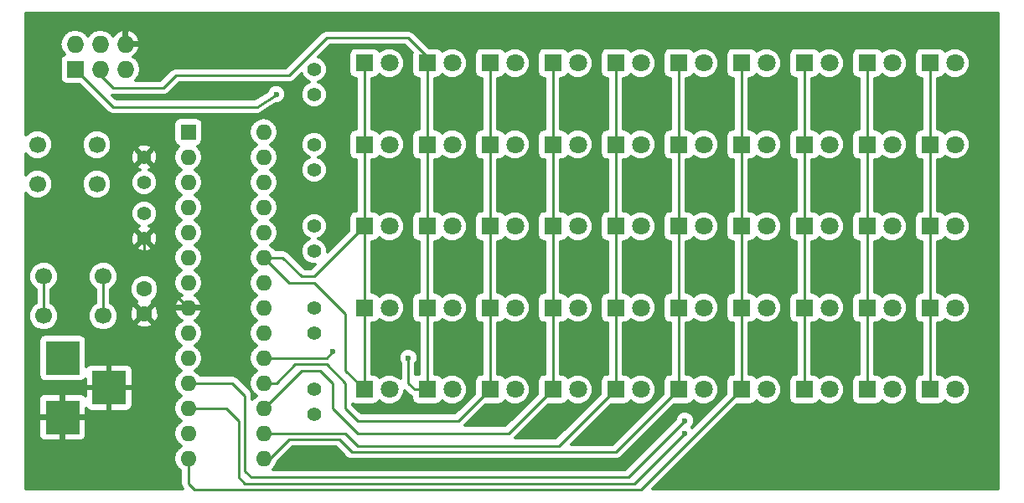
<source format=gtl>
G04 #@! TF.FileFunction,Copper,L1,Top,Signal*
%FSLAX46Y46*%
G04 Gerber Fmt 4.6, Leading zero omitted, Abs format (unit mm)*
G04 Created by KiCad (PCBNEW 4.0.6) date Wed Mar 22 15:21:32 2017*
%MOMM*%
%LPD*%
G01*
G04 APERTURE LIST*
%ADD10C,0.100000*%
%ADD11R,1.727200X1.727200*%
%ADD12O,1.727200X1.727200*%
%ADD13R,1.800000X1.800000*%
%ADD14C,1.800000*%
%ADD15R,1.600000X1.600000*%
%ADD16O,1.600000X1.600000*%
%ADD17C,1.700000*%
%ADD18C,1.397000*%
%ADD19C,1.600000*%
%ADD20R,3.500000X3.500000*%
%ADD21C,0.600000*%
%ADD22C,0.250000*%
%ADD23C,0.300000*%
G04 APERTURE END LIST*
D10*
D11*
X60325000Y-39370000D03*
D12*
X60325000Y-36830000D03*
X62865000Y-39370000D03*
X62865000Y-36830000D03*
X65405000Y-39370000D03*
X65405000Y-36830000D03*
D13*
X89535000Y-38735000D03*
D14*
X92075000Y-38735000D03*
D13*
X89535000Y-46990000D03*
D14*
X92075000Y-46990000D03*
D13*
X89535000Y-55245000D03*
D14*
X92075000Y-55245000D03*
D13*
X89535000Y-63500000D03*
D14*
X92075000Y-63500000D03*
D13*
X89535000Y-71755000D03*
D14*
X92075000Y-71755000D03*
D13*
X95885000Y-38735000D03*
D14*
X98425000Y-38735000D03*
D13*
X95885000Y-46990000D03*
D14*
X98425000Y-46990000D03*
D13*
X95885000Y-55245000D03*
D14*
X98425000Y-55245000D03*
D13*
X95885000Y-63500000D03*
D14*
X98425000Y-63500000D03*
D13*
X95885000Y-71755000D03*
D14*
X98425000Y-71755000D03*
D13*
X102235000Y-38735000D03*
D14*
X104775000Y-38735000D03*
D13*
X102235000Y-46990000D03*
D14*
X104775000Y-46990000D03*
D13*
X102235000Y-55245000D03*
D14*
X104775000Y-55245000D03*
D13*
X102235000Y-63500000D03*
D14*
X104775000Y-63500000D03*
D13*
X102235000Y-71755000D03*
D14*
X104775000Y-71755000D03*
D13*
X108585000Y-38735000D03*
D14*
X111125000Y-38735000D03*
D13*
X108585000Y-46990000D03*
D14*
X111125000Y-46990000D03*
D13*
X108585000Y-55245000D03*
D14*
X111125000Y-55245000D03*
D13*
X108585000Y-63500000D03*
D14*
X111125000Y-63500000D03*
D13*
X108585000Y-71755000D03*
D14*
X111125000Y-71755000D03*
D13*
X114935000Y-38735000D03*
D14*
X117475000Y-38735000D03*
D13*
X114935000Y-46990000D03*
D14*
X117475000Y-46990000D03*
D13*
X114935000Y-55245000D03*
D14*
X117475000Y-55245000D03*
D13*
X114935000Y-63500000D03*
D14*
X117475000Y-63500000D03*
D13*
X114935000Y-71755000D03*
D14*
X117475000Y-71755000D03*
D13*
X121285000Y-38735000D03*
D14*
X123825000Y-38735000D03*
D13*
X121285000Y-46990000D03*
D14*
X123825000Y-46990000D03*
D13*
X121285000Y-55245000D03*
D14*
X123825000Y-55245000D03*
D13*
X121285000Y-63500000D03*
D14*
X123825000Y-63500000D03*
D13*
X121285000Y-71755000D03*
D14*
X123825000Y-71755000D03*
D13*
X127635000Y-38735000D03*
D14*
X130175000Y-38735000D03*
D13*
X127635000Y-46990000D03*
D14*
X130175000Y-46990000D03*
D13*
X127635000Y-55245000D03*
D14*
X130175000Y-55245000D03*
D13*
X127635000Y-63500000D03*
D14*
X130175000Y-63500000D03*
D13*
X127635000Y-71755000D03*
D14*
X130175000Y-71755000D03*
D13*
X133985000Y-38735000D03*
D14*
X136525000Y-38735000D03*
D13*
X133985000Y-46990000D03*
D14*
X136525000Y-46990000D03*
D13*
X133985000Y-55245000D03*
D14*
X136525000Y-55245000D03*
D13*
X133985000Y-63500000D03*
D14*
X136525000Y-63500000D03*
D13*
X133985000Y-71755000D03*
D14*
X136525000Y-71755000D03*
D13*
X140335000Y-38735000D03*
D14*
X142875000Y-38735000D03*
D13*
X140335000Y-46990000D03*
D14*
X142875000Y-46990000D03*
D13*
X140335000Y-55245000D03*
D14*
X142875000Y-55245000D03*
D13*
X140335000Y-63500000D03*
D14*
X142875000Y-63500000D03*
D13*
X140335000Y-71755000D03*
D14*
X142875000Y-71755000D03*
D13*
X146685000Y-38735000D03*
D14*
X149225000Y-38735000D03*
D13*
X146685000Y-46990000D03*
D14*
X149225000Y-46990000D03*
D13*
X146685000Y-55245000D03*
D14*
X149225000Y-55245000D03*
D13*
X146685000Y-63500000D03*
D14*
X149225000Y-63500000D03*
D13*
X146685000Y-71755000D03*
D14*
X149225000Y-71755000D03*
D15*
X71755000Y-45720000D03*
D16*
X79375000Y-78740000D03*
X71755000Y-48260000D03*
X79375000Y-76200000D03*
X71755000Y-50800000D03*
X79375000Y-73660000D03*
X71755000Y-53340000D03*
X79375000Y-71120000D03*
X71755000Y-55880000D03*
X79375000Y-68580000D03*
X71755000Y-58420000D03*
X79375000Y-66040000D03*
X71755000Y-60960000D03*
X79375000Y-63500000D03*
X71755000Y-63500000D03*
X79375000Y-60960000D03*
X71755000Y-66040000D03*
X79375000Y-58420000D03*
X71755000Y-68580000D03*
X79375000Y-55880000D03*
X71755000Y-71120000D03*
X79375000Y-53340000D03*
X71755000Y-73660000D03*
X79375000Y-50800000D03*
X71755000Y-76200000D03*
X79375000Y-48260000D03*
X71755000Y-78740000D03*
X79375000Y-45720000D03*
D17*
X62515000Y-50990000D03*
X56515000Y-50990000D03*
X62515000Y-46990000D03*
X56515000Y-46990000D03*
X63150000Y-64325000D03*
X57150000Y-64325000D03*
X63150000Y-60325000D03*
X57150000Y-60325000D03*
D18*
X84455000Y-41910000D03*
X84455000Y-39370000D03*
X84455000Y-49530000D03*
X84455000Y-46990000D03*
X84455000Y-57785000D03*
X84455000Y-55245000D03*
X84455000Y-66040000D03*
X84455000Y-63500000D03*
X84455000Y-74295000D03*
X84455000Y-71755000D03*
X67310000Y-48260000D03*
X67310000Y-50800000D03*
X67310000Y-56515000D03*
X67310000Y-53975000D03*
D19*
X67310000Y-61595000D03*
X67310000Y-64095000D03*
D20*
X59055000Y-68580000D03*
X59055000Y-74580000D03*
X63755000Y-71580000D03*
D21*
X93980000Y-68580000D03*
X86360000Y-67945000D03*
X80645000Y-41910000D03*
X121920000Y-74930000D03*
X121920000Y-76200000D03*
D22*
X57150000Y-60325000D02*
X57150000Y-64325000D01*
X67310000Y-56515000D02*
X69215000Y-54610000D01*
X69215000Y-50165000D02*
X67310000Y-48260000D01*
X69215000Y-54610000D02*
X69215000Y-50165000D01*
X67310000Y-56515000D02*
X67310000Y-58420000D01*
X67310000Y-58420000D02*
X69215000Y-60325000D01*
X69215000Y-60325000D02*
X69215000Y-60960000D01*
X69215000Y-60960000D02*
X71755000Y-63500000D01*
X79375000Y-58420000D02*
X81280000Y-60325000D01*
X87630000Y-69850000D02*
X89535000Y-71755000D01*
X87630000Y-64135000D02*
X87630000Y-69850000D01*
X84455000Y-60960000D02*
X87630000Y-64135000D01*
X81915000Y-60960000D02*
X84455000Y-60960000D01*
X81280000Y-60325000D02*
X81915000Y-60960000D01*
X79375000Y-58420000D02*
X81280000Y-58420000D01*
X84455000Y-60325000D02*
X89535000Y-55245000D01*
X83185000Y-60325000D02*
X84455000Y-60325000D01*
X81280000Y-58420000D02*
X83185000Y-60325000D01*
X89535000Y-38735000D02*
X89535000Y-46990000D01*
X89535000Y-46990000D02*
X89535000Y-55245000D01*
X89535000Y-55245000D02*
X89535000Y-63500000D01*
X89535000Y-63500000D02*
X89535000Y-71755000D01*
X62865000Y-39370000D02*
X62865000Y-40005000D01*
X62865000Y-40005000D02*
X64135000Y-41275000D01*
X69215000Y-41275000D02*
X70485000Y-40005000D01*
X64135000Y-41275000D02*
X69215000Y-41275000D01*
X93980000Y-36195000D02*
X95885000Y-38100000D01*
X85725000Y-36195000D02*
X93980000Y-36195000D01*
X81915000Y-40005000D02*
X85725000Y-36195000D01*
X70485000Y-40005000D02*
X81915000Y-40005000D01*
X95885000Y-38100000D02*
X95885000Y-38735000D01*
X79375000Y-68580000D02*
X85725000Y-68580000D01*
X94615000Y-71755000D02*
X95885000Y-71755000D01*
X93980000Y-71120000D02*
X94615000Y-71755000D01*
X93980000Y-68580000D02*
X93980000Y-71120000D01*
X85725000Y-68580000D02*
X86360000Y-67945000D01*
X95885000Y-38735000D02*
X95885000Y-46990000D01*
X95885000Y-46990000D02*
X95885000Y-55245000D01*
X95885000Y-55245000D02*
X95885000Y-63500000D01*
X95885000Y-63500000D02*
X95885000Y-71755000D01*
X60325000Y-39370000D02*
X64135000Y-43180000D01*
X78740000Y-43180000D02*
X80645000Y-41910000D01*
X64135000Y-43180000D02*
X78740000Y-43180000D01*
X79375000Y-71120000D02*
X80645000Y-71120000D01*
X99060000Y-74930000D02*
X102235000Y-71755000D01*
X88900000Y-74930000D02*
X99060000Y-74930000D01*
X87630000Y-73660000D02*
X88900000Y-74930000D01*
X87630000Y-71120000D02*
X87630000Y-73660000D01*
X85725000Y-69215000D02*
X87630000Y-71120000D01*
X82550000Y-69215000D02*
X85725000Y-69215000D01*
X80645000Y-71120000D02*
X82550000Y-69215000D01*
X102235000Y-38735000D02*
X102235000Y-46990000D01*
X102235000Y-46990000D02*
X102235000Y-55245000D01*
X102235000Y-55245000D02*
X102235000Y-63500000D01*
X102235000Y-63500000D02*
X102235000Y-71755000D01*
X79375000Y-73660000D02*
X83185000Y-69850000D01*
X104140000Y-76200000D02*
X108585000Y-71755000D01*
X88900000Y-76200000D02*
X104140000Y-76200000D01*
X86360000Y-73660000D02*
X88900000Y-76200000D01*
X86360000Y-71120000D02*
X86360000Y-73660000D01*
X85090000Y-69850000D02*
X86360000Y-71120000D01*
X83185000Y-69850000D02*
X85090000Y-69850000D01*
X108585000Y-38735000D02*
X108585000Y-46990000D01*
X108585000Y-46990000D02*
X108585000Y-55245000D01*
X108585000Y-55245000D02*
X108585000Y-63500000D01*
X108585000Y-63500000D02*
X108585000Y-71755000D01*
X79375000Y-76200000D02*
X87630000Y-76200000D01*
X109220000Y-77470000D02*
X114935000Y-71755000D01*
X88900000Y-77470000D02*
X109220000Y-77470000D01*
X87630000Y-76200000D02*
X88900000Y-77470000D01*
X114935000Y-38735000D02*
X114935000Y-46990000D01*
X114935000Y-46990000D02*
X114935000Y-55245000D01*
X114935000Y-55245000D02*
X114935000Y-63500000D01*
X114935000Y-63500000D02*
X114935000Y-71755000D01*
X79375000Y-78740000D02*
X80010000Y-78740000D01*
X80010000Y-78740000D02*
X81915000Y-76835000D01*
X81915000Y-76835000D02*
X86995000Y-76835000D01*
X86995000Y-76835000D02*
X88265000Y-78105000D01*
X88265000Y-78105000D02*
X114935000Y-78105000D01*
X114935000Y-78105000D02*
X121285000Y-71755000D01*
X121285000Y-38735000D02*
X121285000Y-46990000D01*
X121285000Y-46990000D02*
X121285000Y-55245000D01*
X121285000Y-55245000D02*
X121285000Y-63500000D01*
X121285000Y-63500000D02*
X121285000Y-71755000D01*
X71755000Y-78740000D02*
X71755000Y-81280000D01*
X117475000Y-81915000D02*
X127635000Y-71755000D01*
X72390000Y-81915000D02*
X117475000Y-81915000D01*
X71755000Y-81280000D02*
X72390000Y-81915000D01*
X127635000Y-38735000D02*
X127635000Y-46990000D01*
X127635000Y-46990000D02*
X127635000Y-55245000D01*
X127635000Y-55245000D02*
X127635000Y-63500000D01*
X127635000Y-63500000D02*
X127635000Y-71755000D01*
X71755000Y-71120000D02*
X76200000Y-71120000D01*
X116205000Y-80645000D02*
X121920000Y-74930000D01*
X78105000Y-80645000D02*
X116205000Y-80645000D01*
X77470000Y-80010000D02*
X78105000Y-80645000D01*
X77470000Y-72390000D02*
X77470000Y-80010000D01*
X76200000Y-71120000D02*
X77470000Y-72390000D01*
X133985000Y-38735000D02*
X133985000Y-46990000D01*
X133985000Y-46990000D02*
X133985000Y-55245000D01*
X133985000Y-55245000D02*
X133985000Y-63500000D01*
X133985000Y-63500000D02*
X133985000Y-71755000D01*
X71755000Y-73660000D02*
X75565000Y-73660000D01*
X116840000Y-81280000D02*
X121920000Y-76200000D01*
X77470000Y-81280000D02*
X116840000Y-81280000D01*
X76835000Y-80645000D02*
X77470000Y-81280000D01*
X76835000Y-74930000D02*
X76835000Y-80645000D01*
X75565000Y-73660000D02*
X76835000Y-74930000D01*
X140335000Y-46990000D02*
X140335000Y-55245000D01*
X140335000Y-55245000D02*
X140335000Y-63500000D01*
X140335000Y-63500000D02*
X140335000Y-71755000D01*
X140335000Y-38735000D02*
X140335000Y-46990000D01*
X146685000Y-46990000D02*
X146685000Y-55245000D01*
X146685000Y-55245000D02*
X146685000Y-63500000D01*
X146685000Y-63500000D02*
X146685000Y-71755000D01*
X146685000Y-38735000D02*
X146685000Y-46990000D01*
X63150000Y-60325000D02*
X63150000Y-64325000D01*
D23*
G36*
X153572000Y-81817000D02*
X118680330Y-81817000D01*
X127171439Y-73325890D01*
X128535000Y-73325890D01*
X128778840Y-73280008D01*
X129002792Y-73135899D01*
X129144716Y-72928186D01*
X129291312Y-73075038D01*
X129863735Y-73312729D01*
X130483546Y-73313270D01*
X131056383Y-73076578D01*
X131495038Y-72638688D01*
X131732729Y-72066265D01*
X131733270Y-71446454D01*
X131496578Y-70873617D01*
X131058688Y-70434962D01*
X130486265Y-70197271D01*
X129866454Y-70196730D01*
X129293617Y-70433422D01*
X129142627Y-70584149D01*
X129015899Y-70387208D01*
X128796014Y-70236967D01*
X128535000Y-70184110D01*
X128418000Y-70184110D01*
X128418000Y-65070890D01*
X128535000Y-65070890D01*
X128778840Y-65025008D01*
X129002792Y-64880899D01*
X129144716Y-64673186D01*
X129291312Y-64820038D01*
X129863735Y-65057729D01*
X130483546Y-65058270D01*
X131056383Y-64821578D01*
X131495038Y-64383688D01*
X131732729Y-63811265D01*
X131733270Y-63191454D01*
X131496578Y-62618617D01*
X131058688Y-62179962D01*
X130486265Y-61942271D01*
X129866454Y-61941730D01*
X129293617Y-62178422D01*
X129142627Y-62329149D01*
X129015899Y-62132208D01*
X128796014Y-61981967D01*
X128535000Y-61929110D01*
X128418000Y-61929110D01*
X128418000Y-56815890D01*
X128535000Y-56815890D01*
X128778840Y-56770008D01*
X129002792Y-56625899D01*
X129144716Y-56418186D01*
X129291312Y-56565038D01*
X129863735Y-56802729D01*
X130483546Y-56803270D01*
X131056383Y-56566578D01*
X131495038Y-56128688D01*
X131732729Y-55556265D01*
X131733270Y-54936454D01*
X131496578Y-54363617D01*
X131058688Y-53924962D01*
X130486265Y-53687271D01*
X129866454Y-53686730D01*
X129293617Y-53923422D01*
X129142627Y-54074149D01*
X129015899Y-53877208D01*
X128796014Y-53726967D01*
X128535000Y-53674110D01*
X128418000Y-53674110D01*
X128418000Y-48560890D01*
X128535000Y-48560890D01*
X128778840Y-48515008D01*
X129002792Y-48370899D01*
X129144716Y-48163186D01*
X129291312Y-48310038D01*
X129863735Y-48547729D01*
X130483546Y-48548270D01*
X131056383Y-48311578D01*
X131495038Y-47873688D01*
X131732729Y-47301265D01*
X131733270Y-46681454D01*
X131496578Y-46108617D01*
X131058688Y-45669962D01*
X130486265Y-45432271D01*
X129866454Y-45431730D01*
X129293617Y-45668422D01*
X129142627Y-45819149D01*
X129015899Y-45622208D01*
X128796014Y-45471967D01*
X128535000Y-45419110D01*
X128418000Y-45419110D01*
X128418000Y-40305890D01*
X128535000Y-40305890D01*
X128778840Y-40260008D01*
X129002792Y-40115899D01*
X129144716Y-39908186D01*
X129291312Y-40055038D01*
X129863735Y-40292729D01*
X130483546Y-40293270D01*
X131056383Y-40056578D01*
X131495038Y-39618688D01*
X131732729Y-39046265D01*
X131733270Y-38426454D01*
X131496578Y-37853617D01*
X131477994Y-37835000D01*
X132414110Y-37835000D01*
X132414110Y-39635000D01*
X132459992Y-39878840D01*
X132604101Y-40102792D01*
X132823986Y-40253033D01*
X133085000Y-40305890D01*
X133202000Y-40305890D01*
X133202000Y-45419110D01*
X133085000Y-45419110D01*
X132841160Y-45464992D01*
X132617208Y-45609101D01*
X132466967Y-45828986D01*
X132414110Y-46090000D01*
X132414110Y-47890000D01*
X132459992Y-48133840D01*
X132604101Y-48357792D01*
X132823986Y-48508033D01*
X133085000Y-48560890D01*
X133202000Y-48560890D01*
X133202000Y-53674110D01*
X133085000Y-53674110D01*
X132841160Y-53719992D01*
X132617208Y-53864101D01*
X132466967Y-54083986D01*
X132414110Y-54345000D01*
X132414110Y-56145000D01*
X132459992Y-56388840D01*
X132604101Y-56612792D01*
X132823986Y-56763033D01*
X133085000Y-56815890D01*
X133202000Y-56815890D01*
X133202000Y-61929110D01*
X133085000Y-61929110D01*
X132841160Y-61974992D01*
X132617208Y-62119101D01*
X132466967Y-62338986D01*
X132414110Y-62600000D01*
X132414110Y-64400000D01*
X132459992Y-64643840D01*
X132604101Y-64867792D01*
X132823986Y-65018033D01*
X133085000Y-65070890D01*
X133202000Y-65070890D01*
X133202000Y-70184110D01*
X133085000Y-70184110D01*
X132841160Y-70229992D01*
X132617208Y-70374101D01*
X132466967Y-70593986D01*
X132414110Y-70855000D01*
X132414110Y-72655000D01*
X132459992Y-72898840D01*
X132604101Y-73122792D01*
X132823986Y-73273033D01*
X133085000Y-73325890D01*
X134885000Y-73325890D01*
X135128840Y-73280008D01*
X135352792Y-73135899D01*
X135494716Y-72928186D01*
X135641312Y-73075038D01*
X136213735Y-73312729D01*
X136833546Y-73313270D01*
X137406383Y-73076578D01*
X137845038Y-72638688D01*
X138082729Y-72066265D01*
X138083270Y-71446454D01*
X137846578Y-70873617D01*
X137408688Y-70434962D01*
X136836265Y-70197271D01*
X136216454Y-70196730D01*
X135643617Y-70433422D01*
X135492627Y-70584149D01*
X135365899Y-70387208D01*
X135146014Y-70236967D01*
X134885000Y-70184110D01*
X134768000Y-70184110D01*
X134768000Y-65070890D01*
X134885000Y-65070890D01*
X135128840Y-65025008D01*
X135352792Y-64880899D01*
X135494716Y-64673186D01*
X135641312Y-64820038D01*
X136213735Y-65057729D01*
X136833546Y-65058270D01*
X137406383Y-64821578D01*
X137845038Y-64383688D01*
X138082729Y-63811265D01*
X138083270Y-63191454D01*
X137846578Y-62618617D01*
X137408688Y-62179962D01*
X136836265Y-61942271D01*
X136216454Y-61941730D01*
X135643617Y-62178422D01*
X135492627Y-62329149D01*
X135365899Y-62132208D01*
X135146014Y-61981967D01*
X134885000Y-61929110D01*
X134768000Y-61929110D01*
X134768000Y-56815890D01*
X134885000Y-56815890D01*
X135128840Y-56770008D01*
X135352792Y-56625899D01*
X135494716Y-56418186D01*
X135641312Y-56565038D01*
X136213735Y-56802729D01*
X136833546Y-56803270D01*
X137406383Y-56566578D01*
X137845038Y-56128688D01*
X138082729Y-55556265D01*
X138083270Y-54936454D01*
X137846578Y-54363617D01*
X137408688Y-53924962D01*
X136836265Y-53687271D01*
X136216454Y-53686730D01*
X135643617Y-53923422D01*
X135492627Y-54074149D01*
X135365899Y-53877208D01*
X135146014Y-53726967D01*
X134885000Y-53674110D01*
X134768000Y-53674110D01*
X134768000Y-48560890D01*
X134885000Y-48560890D01*
X135128840Y-48515008D01*
X135352792Y-48370899D01*
X135494716Y-48163186D01*
X135641312Y-48310038D01*
X136213735Y-48547729D01*
X136833546Y-48548270D01*
X137406383Y-48311578D01*
X137845038Y-47873688D01*
X138082729Y-47301265D01*
X138083270Y-46681454D01*
X137846578Y-46108617D01*
X137408688Y-45669962D01*
X136836265Y-45432271D01*
X136216454Y-45431730D01*
X135643617Y-45668422D01*
X135492627Y-45819149D01*
X135365899Y-45622208D01*
X135146014Y-45471967D01*
X134885000Y-45419110D01*
X134768000Y-45419110D01*
X134768000Y-40305890D01*
X134885000Y-40305890D01*
X135128840Y-40260008D01*
X135352792Y-40115899D01*
X135494716Y-39908186D01*
X135641312Y-40055038D01*
X136213735Y-40292729D01*
X136833546Y-40293270D01*
X137406383Y-40056578D01*
X137845038Y-39618688D01*
X138082729Y-39046265D01*
X138083270Y-38426454D01*
X137846578Y-37853617D01*
X137827994Y-37835000D01*
X138764110Y-37835000D01*
X138764110Y-39635000D01*
X138809992Y-39878840D01*
X138954101Y-40102792D01*
X139173986Y-40253033D01*
X139435000Y-40305890D01*
X139552000Y-40305890D01*
X139552000Y-45419110D01*
X139435000Y-45419110D01*
X139191160Y-45464992D01*
X138967208Y-45609101D01*
X138816967Y-45828986D01*
X138764110Y-46090000D01*
X138764110Y-47890000D01*
X138809992Y-48133840D01*
X138954101Y-48357792D01*
X139173986Y-48508033D01*
X139435000Y-48560890D01*
X139552000Y-48560890D01*
X139552000Y-53674110D01*
X139435000Y-53674110D01*
X139191160Y-53719992D01*
X138967208Y-53864101D01*
X138816967Y-54083986D01*
X138764110Y-54345000D01*
X138764110Y-56145000D01*
X138809992Y-56388840D01*
X138954101Y-56612792D01*
X139173986Y-56763033D01*
X139435000Y-56815890D01*
X139552000Y-56815890D01*
X139552000Y-61929110D01*
X139435000Y-61929110D01*
X139191160Y-61974992D01*
X138967208Y-62119101D01*
X138816967Y-62338986D01*
X138764110Y-62600000D01*
X138764110Y-64400000D01*
X138809992Y-64643840D01*
X138954101Y-64867792D01*
X139173986Y-65018033D01*
X139435000Y-65070890D01*
X139552000Y-65070890D01*
X139552000Y-70184110D01*
X139435000Y-70184110D01*
X139191160Y-70229992D01*
X138967208Y-70374101D01*
X138816967Y-70593986D01*
X138764110Y-70855000D01*
X138764110Y-72655000D01*
X138809992Y-72898840D01*
X138954101Y-73122792D01*
X139173986Y-73273033D01*
X139435000Y-73325890D01*
X141235000Y-73325890D01*
X141478840Y-73280008D01*
X141702792Y-73135899D01*
X141844716Y-72928186D01*
X141991312Y-73075038D01*
X142563735Y-73312729D01*
X143183546Y-73313270D01*
X143756383Y-73076578D01*
X144195038Y-72638688D01*
X144432729Y-72066265D01*
X144433270Y-71446454D01*
X144196578Y-70873617D01*
X143758688Y-70434962D01*
X143186265Y-70197271D01*
X142566454Y-70196730D01*
X141993617Y-70433422D01*
X141842627Y-70584149D01*
X141715899Y-70387208D01*
X141496014Y-70236967D01*
X141235000Y-70184110D01*
X141118000Y-70184110D01*
X141118000Y-65070890D01*
X141235000Y-65070890D01*
X141478840Y-65025008D01*
X141702792Y-64880899D01*
X141844716Y-64673186D01*
X141991312Y-64820038D01*
X142563735Y-65057729D01*
X143183546Y-65058270D01*
X143756383Y-64821578D01*
X144195038Y-64383688D01*
X144432729Y-63811265D01*
X144433270Y-63191454D01*
X144196578Y-62618617D01*
X143758688Y-62179962D01*
X143186265Y-61942271D01*
X142566454Y-61941730D01*
X141993617Y-62178422D01*
X141842627Y-62329149D01*
X141715899Y-62132208D01*
X141496014Y-61981967D01*
X141235000Y-61929110D01*
X141118000Y-61929110D01*
X141118000Y-56815890D01*
X141235000Y-56815890D01*
X141478840Y-56770008D01*
X141702792Y-56625899D01*
X141844716Y-56418186D01*
X141991312Y-56565038D01*
X142563735Y-56802729D01*
X143183546Y-56803270D01*
X143756383Y-56566578D01*
X144195038Y-56128688D01*
X144432729Y-55556265D01*
X144433270Y-54936454D01*
X144196578Y-54363617D01*
X143758688Y-53924962D01*
X143186265Y-53687271D01*
X142566454Y-53686730D01*
X141993617Y-53923422D01*
X141842627Y-54074149D01*
X141715899Y-53877208D01*
X141496014Y-53726967D01*
X141235000Y-53674110D01*
X141118000Y-53674110D01*
X141118000Y-48560890D01*
X141235000Y-48560890D01*
X141478840Y-48515008D01*
X141702792Y-48370899D01*
X141844716Y-48163186D01*
X141991312Y-48310038D01*
X142563735Y-48547729D01*
X143183546Y-48548270D01*
X143756383Y-48311578D01*
X144195038Y-47873688D01*
X144432729Y-47301265D01*
X144433270Y-46681454D01*
X144196578Y-46108617D01*
X143758688Y-45669962D01*
X143186265Y-45432271D01*
X142566454Y-45431730D01*
X141993617Y-45668422D01*
X141842627Y-45819149D01*
X141715899Y-45622208D01*
X141496014Y-45471967D01*
X141235000Y-45419110D01*
X141118000Y-45419110D01*
X141118000Y-40305890D01*
X141235000Y-40305890D01*
X141478840Y-40260008D01*
X141702792Y-40115899D01*
X141844716Y-39908186D01*
X141991312Y-40055038D01*
X142563735Y-40292729D01*
X143183546Y-40293270D01*
X143756383Y-40056578D01*
X144195038Y-39618688D01*
X144432729Y-39046265D01*
X144433270Y-38426454D01*
X144196578Y-37853617D01*
X144177994Y-37835000D01*
X145114110Y-37835000D01*
X145114110Y-39635000D01*
X145159992Y-39878840D01*
X145304101Y-40102792D01*
X145523986Y-40253033D01*
X145785000Y-40305890D01*
X145902000Y-40305890D01*
X145902000Y-45419110D01*
X145785000Y-45419110D01*
X145541160Y-45464992D01*
X145317208Y-45609101D01*
X145166967Y-45828986D01*
X145114110Y-46090000D01*
X145114110Y-47890000D01*
X145159992Y-48133840D01*
X145304101Y-48357792D01*
X145523986Y-48508033D01*
X145785000Y-48560890D01*
X145902000Y-48560890D01*
X145902000Y-53674110D01*
X145785000Y-53674110D01*
X145541160Y-53719992D01*
X145317208Y-53864101D01*
X145166967Y-54083986D01*
X145114110Y-54345000D01*
X145114110Y-56145000D01*
X145159992Y-56388840D01*
X145304101Y-56612792D01*
X145523986Y-56763033D01*
X145785000Y-56815890D01*
X145902000Y-56815890D01*
X145902000Y-61929110D01*
X145785000Y-61929110D01*
X145541160Y-61974992D01*
X145317208Y-62119101D01*
X145166967Y-62338986D01*
X145114110Y-62600000D01*
X145114110Y-64400000D01*
X145159992Y-64643840D01*
X145304101Y-64867792D01*
X145523986Y-65018033D01*
X145785000Y-65070890D01*
X145902000Y-65070890D01*
X145902000Y-70184110D01*
X145785000Y-70184110D01*
X145541160Y-70229992D01*
X145317208Y-70374101D01*
X145166967Y-70593986D01*
X145114110Y-70855000D01*
X145114110Y-72655000D01*
X145159992Y-72898840D01*
X145304101Y-73122792D01*
X145523986Y-73273033D01*
X145785000Y-73325890D01*
X147585000Y-73325890D01*
X147828840Y-73280008D01*
X148052792Y-73135899D01*
X148194716Y-72928186D01*
X148341312Y-73075038D01*
X148913735Y-73312729D01*
X149533546Y-73313270D01*
X150106383Y-73076578D01*
X150545038Y-72638688D01*
X150782729Y-72066265D01*
X150783270Y-71446454D01*
X150546578Y-70873617D01*
X150108688Y-70434962D01*
X149536265Y-70197271D01*
X148916454Y-70196730D01*
X148343617Y-70433422D01*
X148192627Y-70584149D01*
X148065899Y-70387208D01*
X147846014Y-70236967D01*
X147585000Y-70184110D01*
X147468000Y-70184110D01*
X147468000Y-65070890D01*
X147585000Y-65070890D01*
X147828840Y-65025008D01*
X148052792Y-64880899D01*
X148194716Y-64673186D01*
X148341312Y-64820038D01*
X148913735Y-65057729D01*
X149533546Y-65058270D01*
X150106383Y-64821578D01*
X150545038Y-64383688D01*
X150782729Y-63811265D01*
X150783270Y-63191454D01*
X150546578Y-62618617D01*
X150108688Y-62179962D01*
X149536265Y-61942271D01*
X148916454Y-61941730D01*
X148343617Y-62178422D01*
X148192627Y-62329149D01*
X148065899Y-62132208D01*
X147846014Y-61981967D01*
X147585000Y-61929110D01*
X147468000Y-61929110D01*
X147468000Y-56815890D01*
X147585000Y-56815890D01*
X147828840Y-56770008D01*
X148052792Y-56625899D01*
X148194716Y-56418186D01*
X148341312Y-56565038D01*
X148913735Y-56802729D01*
X149533546Y-56803270D01*
X150106383Y-56566578D01*
X150545038Y-56128688D01*
X150782729Y-55556265D01*
X150783270Y-54936454D01*
X150546578Y-54363617D01*
X150108688Y-53924962D01*
X149536265Y-53687271D01*
X148916454Y-53686730D01*
X148343617Y-53923422D01*
X148192627Y-54074149D01*
X148065899Y-53877208D01*
X147846014Y-53726967D01*
X147585000Y-53674110D01*
X147468000Y-53674110D01*
X147468000Y-48560890D01*
X147585000Y-48560890D01*
X147828840Y-48515008D01*
X148052792Y-48370899D01*
X148194716Y-48163186D01*
X148341312Y-48310038D01*
X148913735Y-48547729D01*
X149533546Y-48548270D01*
X150106383Y-48311578D01*
X150545038Y-47873688D01*
X150782729Y-47301265D01*
X150783270Y-46681454D01*
X150546578Y-46108617D01*
X150108688Y-45669962D01*
X149536265Y-45432271D01*
X148916454Y-45431730D01*
X148343617Y-45668422D01*
X148192627Y-45819149D01*
X148065899Y-45622208D01*
X147846014Y-45471967D01*
X147585000Y-45419110D01*
X147468000Y-45419110D01*
X147468000Y-40305890D01*
X147585000Y-40305890D01*
X147828840Y-40260008D01*
X148052792Y-40115899D01*
X148194716Y-39908186D01*
X148341312Y-40055038D01*
X148913735Y-40292729D01*
X149533546Y-40293270D01*
X150106383Y-40056578D01*
X150545038Y-39618688D01*
X150782729Y-39046265D01*
X150783270Y-38426454D01*
X150546578Y-37853617D01*
X150108688Y-37414962D01*
X149536265Y-37177271D01*
X148916454Y-37176730D01*
X148343617Y-37413422D01*
X148192627Y-37564149D01*
X148065899Y-37367208D01*
X147846014Y-37216967D01*
X147585000Y-37164110D01*
X145785000Y-37164110D01*
X145541160Y-37209992D01*
X145317208Y-37354101D01*
X145166967Y-37573986D01*
X145114110Y-37835000D01*
X144177994Y-37835000D01*
X143758688Y-37414962D01*
X143186265Y-37177271D01*
X142566454Y-37176730D01*
X141993617Y-37413422D01*
X141842627Y-37564149D01*
X141715899Y-37367208D01*
X141496014Y-37216967D01*
X141235000Y-37164110D01*
X139435000Y-37164110D01*
X139191160Y-37209992D01*
X138967208Y-37354101D01*
X138816967Y-37573986D01*
X138764110Y-37835000D01*
X137827994Y-37835000D01*
X137408688Y-37414962D01*
X136836265Y-37177271D01*
X136216454Y-37176730D01*
X135643617Y-37413422D01*
X135492627Y-37564149D01*
X135365899Y-37367208D01*
X135146014Y-37216967D01*
X134885000Y-37164110D01*
X133085000Y-37164110D01*
X132841160Y-37209992D01*
X132617208Y-37354101D01*
X132466967Y-37573986D01*
X132414110Y-37835000D01*
X131477994Y-37835000D01*
X131058688Y-37414962D01*
X130486265Y-37177271D01*
X129866454Y-37176730D01*
X129293617Y-37413422D01*
X129142627Y-37564149D01*
X129015899Y-37367208D01*
X128796014Y-37216967D01*
X128535000Y-37164110D01*
X126735000Y-37164110D01*
X126491160Y-37209992D01*
X126267208Y-37354101D01*
X126116967Y-37573986D01*
X126064110Y-37835000D01*
X126064110Y-39635000D01*
X126109992Y-39878840D01*
X126254101Y-40102792D01*
X126473986Y-40253033D01*
X126735000Y-40305890D01*
X126852000Y-40305890D01*
X126852000Y-45419110D01*
X126735000Y-45419110D01*
X126491160Y-45464992D01*
X126267208Y-45609101D01*
X126116967Y-45828986D01*
X126064110Y-46090000D01*
X126064110Y-47890000D01*
X126109992Y-48133840D01*
X126254101Y-48357792D01*
X126473986Y-48508033D01*
X126735000Y-48560890D01*
X126852000Y-48560890D01*
X126852000Y-53674110D01*
X126735000Y-53674110D01*
X126491160Y-53719992D01*
X126267208Y-53864101D01*
X126116967Y-54083986D01*
X126064110Y-54345000D01*
X126064110Y-56145000D01*
X126109992Y-56388840D01*
X126254101Y-56612792D01*
X126473986Y-56763033D01*
X126735000Y-56815890D01*
X126852000Y-56815890D01*
X126852000Y-61929110D01*
X126735000Y-61929110D01*
X126491160Y-61974992D01*
X126267208Y-62119101D01*
X126116967Y-62338986D01*
X126064110Y-62600000D01*
X126064110Y-64400000D01*
X126109992Y-64643840D01*
X126254101Y-64867792D01*
X126473986Y-65018033D01*
X126735000Y-65070890D01*
X126852000Y-65070890D01*
X126852000Y-70184110D01*
X126735000Y-70184110D01*
X126491160Y-70229992D01*
X126267208Y-70374101D01*
X126116967Y-70593986D01*
X126064110Y-70855000D01*
X126064110Y-72218561D01*
X122678672Y-75603998D01*
X122639816Y-75565074D01*
X122731679Y-75473372D01*
X122877833Y-75121394D01*
X122878166Y-74740278D01*
X122732626Y-74388046D01*
X122463372Y-74118321D01*
X122111394Y-73972167D01*
X121730278Y-73971834D01*
X121378046Y-74117374D01*
X121108321Y-74386628D01*
X120962167Y-74738606D01*
X120962130Y-74780541D01*
X115880670Y-79862000D01*
X80298277Y-79862000D01*
X80434526Y-79770962D01*
X80750580Y-79297952D01*
X80798056Y-79059274D01*
X82239329Y-77618000D01*
X86670670Y-77618000D01*
X87711333Y-78658662D01*
X87711335Y-78658665D01*
X87833062Y-78740000D01*
X87965358Y-78828398D01*
X88265000Y-78888000D01*
X114934995Y-78888000D01*
X114935000Y-78888001D01*
X115234641Y-78828398D01*
X115488665Y-78658665D01*
X120821440Y-73325890D01*
X122185000Y-73325890D01*
X122428840Y-73280008D01*
X122652792Y-73135899D01*
X122794716Y-72928186D01*
X122941312Y-73075038D01*
X123513735Y-73312729D01*
X124133546Y-73313270D01*
X124706383Y-73076578D01*
X125145038Y-72638688D01*
X125382729Y-72066265D01*
X125383270Y-71446454D01*
X125146578Y-70873617D01*
X124708688Y-70434962D01*
X124136265Y-70197271D01*
X123516454Y-70196730D01*
X122943617Y-70433422D01*
X122792627Y-70584149D01*
X122665899Y-70387208D01*
X122446014Y-70236967D01*
X122185000Y-70184110D01*
X122068000Y-70184110D01*
X122068000Y-65070890D01*
X122185000Y-65070890D01*
X122428840Y-65025008D01*
X122652792Y-64880899D01*
X122794716Y-64673186D01*
X122941312Y-64820038D01*
X123513735Y-65057729D01*
X124133546Y-65058270D01*
X124706383Y-64821578D01*
X125145038Y-64383688D01*
X125382729Y-63811265D01*
X125383270Y-63191454D01*
X125146578Y-62618617D01*
X124708688Y-62179962D01*
X124136265Y-61942271D01*
X123516454Y-61941730D01*
X122943617Y-62178422D01*
X122792627Y-62329149D01*
X122665899Y-62132208D01*
X122446014Y-61981967D01*
X122185000Y-61929110D01*
X122068000Y-61929110D01*
X122068000Y-56815890D01*
X122185000Y-56815890D01*
X122428840Y-56770008D01*
X122652792Y-56625899D01*
X122794716Y-56418186D01*
X122941312Y-56565038D01*
X123513735Y-56802729D01*
X124133546Y-56803270D01*
X124706383Y-56566578D01*
X125145038Y-56128688D01*
X125382729Y-55556265D01*
X125383270Y-54936454D01*
X125146578Y-54363617D01*
X124708688Y-53924962D01*
X124136265Y-53687271D01*
X123516454Y-53686730D01*
X122943617Y-53923422D01*
X122792627Y-54074149D01*
X122665899Y-53877208D01*
X122446014Y-53726967D01*
X122185000Y-53674110D01*
X122068000Y-53674110D01*
X122068000Y-48560890D01*
X122185000Y-48560890D01*
X122428840Y-48515008D01*
X122652792Y-48370899D01*
X122794716Y-48163186D01*
X122941312Y-48310038D01*
X123513735Y-48547729D01*
X124133546Y-48548270D01*
X124706383Y-48311578D01*
X125145038Y-47873688D01*
X125382729Y-47301265D01*
X125383270Y-46681454D01*
X125146578Y-46108617D01*
X124708688Y-45669962D01*
X124136265Y-45432271D01*
X123516454Y-45431730D01*
X122943617Y-45668422D01*
X122792627Y-45819149D01*
X122665899Y-45622208D01*
X122446014Y-45471967D01*
X122185000Y-45419110D01*
X122068000Y-45419110D01*
X122068000Y-40305890D01*
X122185000Y-40305890D01*
X122428840Y-40260008D01*
X122652792Y-40115899D01*
X122794716Y-39908186D01*
X122941312Y-40055038D01*
X123513735Y-40292729D01*
X124133546Y-40293270D01*
X124706383Y-40056578D01*
X125145038Y-39618688D01*
X125382729Y-39046265D01*
X125383270Y-38426454D01*
X125146578Y-37853617D01*
X124708688Y-37414962D01*
X124136265Y-37177271D01*
X123516454Y-37176730D01*
X122943617Y-37413422D01*
X122792627Y-37564149D01*
X122665899Y-37367208D01*
X122446014Y-37216967D01*
X122185000Y-37164110D01*
X120385000Y-37164110D01*
X120141160Y-37209992D01*
X119917208Y-37354101D01*
X119766967Y-37573986D01*
X119714110Y-37835000D01*
X119714110Y-39635000D01*
X119759992Y-39878840D01*
X119904101Y-40102792D01*
X120123986Y-40253033D01*
X120385000Y-40305890D01*
X120502000Y-40305890D01*
X120502000Y-45419110D01*
X120385000Y-45419110D01*
X120141160Y-45464992D01*
X119917208Y-45609101D01*
X119766967Y-45828986D01*
X119714110Y-46090000D01*
X119714110Y-47890000D01*
X119759992Y-48133840D01*
X119904101Y-48357792D01*
X120123986Y-48508033D01*
X120385000Y-48560890D01*
X120502000Y-48560890D01*
X120502000Y-53674110D01*
X120385000Y-53674110D01*
X120141160Y-53719992D01*
X119917208Y-53864101D01*
X119766967Y-54083986D01*
X119714110Y-54345000D01*
X119714110Y-56145000D01*
X119759992Y-56388840D01*
X119904101Y-56612792D01*
X120123986Y-56763033D01*
X120385000Y-56815890D01*
X120502000Y-56815890D01*
X120502000Y-61929110D01*
X120385000Y-61929110D01*
X120141160Y-61974992D01*
X119917208Y-62119101D01*
X119766967Y-62338986D01*
X119714110Y-62600000D01*
X119714110Y-64400000D01*
X119759992Y-64643840D01*
X119904101Y-64867792D01*
X120123986Y-65018033D01*
X120385000Y-65070890D01*
X120502000Y-65070890D01*
X120502000Y-70184110D01*
X120385000Y-70184110D01*
X120141160Y-70229992D01*
X119917208Y-70374101D01*
X119766967Y-70593986D01*
X119714110Y-70855000D01*
X119714110Y-72218560D01*
X114610670Y-77322000D01*
X110475330Y-77322000D01*
X114471439Y-73325890D01*
X115835000Y-73325890D01*
X116078840Y-73280008D01*
X116302792Y-73135899D01*
X116444716Y-72928186D01*
X116591312Y-73075038D01*
X117163735Y-73312729D01*
X117783546Y-73313270D01*
X118356383Y-73076578D01*
X118795038Y-72638688D01*
X119032729Y-72066265D01*
X119033270Y-71446454D01*
X118796578Y-70873617D01*
X118358688Y-70434962D01*
X117786265Y-70197271D01*
X117166454Y-70196730D01*
X116593617Y-70433422D01*
X116442627Y-70584149D01*
X116315899Y-70387208D01*
X116096014Y-70236967D01*
X115835000Y-70184110D01*
X115718000Y-70184110D01*
X115718000Y-65070890D01*
X115835000Y-65070890D01*
X116078840Y-65025008D01*
X116302792Y-64880899D01*
X116444716Y-64673186D01*
X116591312Y-64820038D01*
X117163735Y-65057729D01*
X117783546Y-65058270D01*
X118356383Y-64821578D01*
X118795038Y-64383688D01*
X119032729Y-63811265D01*
X119033270Y-63191454D01*
X118796578Y-62618617D01*
X118358688Y-62179962D01*
X117786265Y-61942271D01*
X117166454Y-61941730D01*
X116593617Y-62178422D01*
X116442627Y-62329149D01*
X116315899Y-62132208D01*
X116096014Y-61981967D01*
X115835000Y-61929110D01*
X115718000Y-61929110D01*
X115718000Y-56815890D01*
X115835000Y-56815890D01*
X116078840Y-56770008D01*
X116302792Y-56625899D01*
X116444716Y-56418186D01*
X116591312Y-56565038D01*
X117163735Y-56802729D01*
X117783546Y-56803270D01*
X118356383Y-56566578D01*
X118795038Y-56128688D01*
X119032729Y-55556265D01*
X119033270Y-54936454D01*
X118796578Y-54363617D01*
X118358688Y-53924962D01*
X117786265Y-53687271D01*
X117166454Y-53686730D01*
X116593617Y-53923422D01*
X116442627Y-54074149D01*
X116315899Y-53877208D01*
X116096014Y-53726967D01*
X115835000Y-53674110D01*
X115718000Y-53674110D01*
X115718000Y-48560890D01*
X115835000Y-48560890D01*
X116078840Y-48515008D01*
X116302792Y-48370899D01*
X116444716Y-48163186D01*
X116591312Y-48310038D01*
X117163735Y-48547729D01*
X117783546Y-48548270D01*
X118356383Y-48311578D01*
X118795038Y-47873688D01*
X119032729Y-47301265D01*
X119033270Y-46681454D01*
X118796578Y-46108617D01*
X118358688Y-45669962D01*
X117786265Y-45432271D01*
X117166454Y-45431730D01*
X116593617Y-45668422D01*
X116442627Y-45819149D01*
X116315899Y-45622208D01*
X116096014Y-45471967D01*
X115835000Y-45419110D01*
X115718000Y-45419110D01*
X115718000Y-40305890D01*
X115835000Y-40305890D01*
X116078840Y-40260008D01*
X116302792Y-40115899D01*
X116444716Y-39908186D01*
X116591312Y-40055038D01*
X117163735Y-40292729D01*
X117783546Y-40293270D01*
X118356383Y-40056578D01*
X118795038Y-39618688D01*
X119032729Y-39046265D01*
X119033270Y-38426454D01*
X118796578Y-37853617D01*
X118358688Y-37414962D01*
X117786265Y-37177271D01*
X117166454Y-37176730D01*
X116593617Y-37413422D01*
X116442627Y-37564149D01*
X116315899Y-37367208D01*
X116096014Y-37216967D01*
X115835000Y-37164110D01*
X114035000Y-37164110D01*
X113791160Y-37209992D01*
X113567208Y-37354101D01*
X113416967Y-37573986D01*
X113364110Y-37835000D01*
X113364110Y-39635000D01*
X113409992Y-39878840D01*
X113554101Y-40102792D01*
X113773986Y-40253033D01*
X114035000Y-40305890D01*
X114152000Y-40305890D01*
X114152000Y-45419110D01*
X114035000Y-45419110D01*
X113791160Y-45464992D01*
X113567208Y-45609101D01*
X113416967Y-45828986D01*
X113364110Y-46090000D01*
X113364110Y-47890000D01*
X113409992Y-48133840D01*
X113554101Y-48357792D01*
X113773986Y-48508033D01*
X114035000Y-48560890D01*
X114152000Y-48560890D01*
X114152000Y-53674110D01*
X114035000Y-53674110D01*
X113791160Y-53719992D01*
X113567208Y-53864101D01*
X113416967Y-54083986D01*
X113364110Y-54345000D01*
X113364110Y-56145000D01*
X113409992Y-56388840D01*
X113554101Y-56612792D01*
X113773986Y-56763033D01*
X114035000Y-56815890D01*
X114152000Y-56815890D01*
X114152000Y-61929110D01*
X114035000Y-61929110D01*
X113791160Y-61974992D01*
X113567208Y-62119101D01*
X113416967Y-62338986D01*
X113364110Y-62600000D01*
X113364110Y-64400000D01*
X113409992Y-64643840D01*
X113554101Y-64867792D01*
X113773986Y-65018033D01*
X114035000Y-65070890D01*
X114152000Y-65070890D01*
X114152000Y-70184110D01*
X114035000Y-70184110D01*
X113791160Y-70229992D01*
X113567208Y-70374101D01*
X113416967Y-70593986D01*
X113364110Y-70855000D01*
X113364110Y-72218561D01*
X108895670Y-76687000D01*
X104760330Y-76687000D01*
X108121439Y-73325890D01*
X109485000Y-73325890D01*
X109728840Y-73280008D01*
X109952792Y-73135899D01*
X110094716Y-72928186D01*
X110241312Y-73075038D01*
X110813735Y-73312729D01*
X111433546Y-73313270D01*
X112006383Y-73076578D01*
X112445038Y-72638688D01*
X112682729Y-72066265D01*
X112683270Y-71446454D01*
X112446578Y-70873617D01*
X112008688Y-70434962D01*
X111436265Y-70197271D01*
X110816454Y-70196730D01*
X110243617Y-70433422D01*
X110092627Y-70584149D01*
X109965899Y-70387208D01*
X109746014Y-70236967D01*
X109485000Y-70184110D01*
X109368000Y-70184110D01*
X109368000Y-65070890D01*
X109485000Y-65070890D01*
X109728840Y-65025008D01*
X109952792Y-64880899D01*
X110094716Y-64673186D01*
X110241312Y-64820038D01*
X110813735Y-65057729D01*
X111433546Y-65058270D01*
X112006383Y-64821578D01*
X112445038Y-64383688D01*
X112682729Y-63811265D01*
X112683270Y-63191454D01*
X112446578Y-62618617D01*
X112008688Y-62179962D01*
X111436265Y-61942271D01*
X110816454Y-61941730D01*
X110243617Y-62178422D01*
X110092627Y-62329149D01*
X109965899Y-62132208D01*
X109746014Y-61981967D01*
X109485000Y-61929110D01*
X109368000Y-61929110D01*
X109368000Y-56815890D01*
X109485000Y-56815890D01*
X109728840Y-56770008D01*
X109952792Y-56625899D01*
X110094716Y-56418186D01*
X110241312Y-56565038D01*
X110813735Y-56802729D01*
X111433546Y-56803270D01*
X112006383Y-56566578D01*
X112445038Y-56128688D01*
X112682729Y-55556265D01*
X112683270Y-54936454D01*
X112446578Y-54363617D01*
X112008688Y-53924962D01*
X111436265Y-53687271D01*
X110816454Y-53686730D01*
X110243617Y-53923422D01*
X110092627Y-54074149D01*
X109965899Y-53877208D01*
X109746014Y-53726967D01*
X109485000Y-53674110D01*
X109368000Y-53674110D01*
X109368000Y-48560890D01*
X109485000Y-48560890D01*
X109728840Y-48515008D01*
X109952792Y-48370899D01*
X110094716Y-48163186D01*
X110241312Y-48310038D01*
X110813735Y-48547729D01*
X111433546Y-48548270D01*
X112006383Y-48311578D01*
X112445038Y-47873688D01*
X112682729Y-47301265D01*
X112683270Y-46681454D01*
X112446578Y-46108617D01*
X112008688Y-45669962D01*
X111436265Y-45432271D01*
X110816454Y-45431730D01*
X110243617Y-45668422D01*
X110092627Y-45819149D01*
X109965899Y-45622208D01*
X109746014Y-45471967D01*
X109485000Y-45419110D01*
X109368000Y-45419110D01*
X109368000Y-40305890D01*
X109485000Y-40305890D01*
X109728840Y-40260008D01*
X109952792Y-40115899D01*
X110094716Y-39908186D01*
X110241312Y-40055038D01*
X110813735Y-40292729D01*
X111433546Y-40293270D01*
X112006383Y-40056578D01*
X112445038Y-39618688D01*
X112682729Y-39046265D01*
X112683270Y-38426454D01*
X112446578Y-37853617D01*
X112008688Y-37414962D01*
X111436265Y-37177271D01*
X110816454Y-37176730D01*
X110243617Y-37413422D01*
X110092627Y-37564149D01*
X109965899Y-37367208D01*
X109746014Y-37216967D01*
X109485000Y-37164110D01*
X107685000Y-37164110D01*
X107441160Y-37209992D01*
X107217208Y-37354101D01*
X107066967Y-37573986D01*
X107014110Y-37835000D01*
X107014110Y-39635000D01*
X107059992Y-39878840D01*
X107204101Y-40102792D01*
X107423986Y-40253033D01*
X107685000Y-40305890D01*
X107802000Y-40305890D01*
X107802000Y-45419110D01*
X107685000Y-45419110D01*
X107441160Y-45464992D01*
X107217208Y-45609101D01*
X107066967Y-45828986D01*
X107014110Y-46090000D01*
X107014110Y-47890000D01*
X107059992Y-48133840D01*
X107204101Y-48357792D01*
X107423986Y-48508033D01*
X107685000Y-48560890D01*
X107802000Y-48560890D01*
X107802000Y-53674110D01*
X107685000Y-53674110D01*
X107441160Y-53719992D01*
X107217208Y-53864101D01*
X107066967Y-54083986D01*
X107014110Y-54345000D01*
X107014110Y-56145000D01*
X107059992Y-56388840D01*
X107204101Y-56612792D01*
X107423986Y-56763033D01*
X107685000Y-56815890D01*
X107802000Y-56815890D01*
X107802000Y-61929110D01*
X107685000Y-61929110D01*
X107441160Y-61974992D01*
X107217208Y-62119101D01*
X107066967Y-62338986D01*
X107014110Y-62600000D01*
X107014110Y-64400000D01*
X107059992Y-64643840D01*
X107204101Y-64867792D01*
X107423986Y-65018033D01*
X107685000Y-65070890D01*
X107802000Y-65070890D01*
X107802000Y-70184110D01*
X107685000Y-70184110D01*
X107441160Y-70229992D01*
X107217208Y-70374101D01*
X107066967Y-70593986D01*
X107014110Y-70855000D01*
X107014110Y-72218561D01*
X103815670Y-75417000D01*
X99680330Y-75417000D01*
X101771440Y-73325890D01*
X103135000Y-73325890D01*
X103378840Y-73280008D01*
X103602792Y-73135899D01*
X103744716Y-72928186D01*
X103891312Y-73075038D01*
X104463735Y-73312729D01*
X105083546Y-73313270D01*
X105656383Y-73076578D01*
X106095038Y-72638688D01*
X106332729Y-72066265D01*
X106333270Y-71446454D01*
X106096578Y-70873617D01*
X105658688Y-70434962D01*
X105086265Y-70197271D01*
X104466454Y-70196730D01*
X103893617Y-70433422D01*
X103742627Y-70584149D01*
X103615899Y-70387208D01*
X103396014Y-70236967D01*
X103135000Y-70184110D01*
X103018000Y-70184110D01*
X103018000Y-65070890D01*
X103135000Y-65070890D01*
X103378840Y-65025008D01*
X103602792Y-64880899D01*
X103744716Y-64673186D01*
X103891312Y-64820038D01*
X104463735Y-65057729D01*
X105083546Y-65058270D01*
X105656383Y-64821578D01*
X106095038Y-64383688D01*
X106332729Y-63811265D01*
X106333270Y-63191454D01*
X106096578Y-62618617D01*
X105658688Y-62179962D01*
X105086265Y-61942271D01*
X104466454Y-61941730D01*
X103893617Y-62178422D01*
X103742627Y-62329149D01*
X103615899Y-62132208D01*
X103396014Y-61981967D01*
X103135000Y-61929110D01*
X103018000Y-61929110D01*
X103018000Y-56815890D01*
X103135000Y-56815890D01*
X103378840Y-56770008D01*
X103602792Y-56625899D01*
X103744716Y-56418186D01*
X103891312Y-56565038D01*
X104463735Y-56802729D01*
X105083546Y-56803270D01*
X105656383Y-56566578D01*
X106095038Y-56128688D01*
X106332729Y-55556265D01*
X106333270Y-54936454D01*
X106096578Y-54363617D01*
X105658688Y-53924962D01*
X105086265Y-53687271D01*
X104466454Y-53686730D01*
X103893617Y-53923422D01*
X103742627Y-54074149D01*
X103615899Y-53877208D01*
X103396014Y-53726967D01*
X103135000Y-53674110D01*
X103018000Y-53674110D01*
X103018000Y-48560890D01*
X103135000Y-48560890D01*
X103378840Y-48515008D01*
X103602792Y-48370899D01*
X103744716Y-48163186D01*
X103891312Y-48310038D01*
X104463735Y-48547729D01*
X105083546Y-48548270D01*
X105656383Y-48311578D01*
X106095038Y-47873688D01*
X106332729Y-47301265D01*
X106333270Y-46681454D01*
X106096578Y-46108617D01*
X105658688Y-45669962D01*
X105086265Y-45432271D01*
X104466454Y-45431730D01*
X103893617Y-45668422D01*
X103742627Y-45819149D01*
X103615899Y-45622208D01*
X103396014Y-45471967D01*
X103135000Y-45419110D01*
X103018000Y-45419110D01*
X103018000Y-40305890D01*
X103135000Y-40305890D01*
X103378840Y-40260008D01*
X103602792Y-40115899D01*
X103744716Y-39908186D01*
X103891312Y-40055038D01*
X104463735Y-40292729D01*
X105083546Y-40293270D01*
X105656383Y-40056578D01*
X106095038Y-39618688D01*
X106332729Y-39046265D01*
X106333270Y-38426454D01*
X106096578Y-37853617D01*
X105658688Y-37414962D01*
X105086265Y-37177271D01*
X104466454Y-37176730D01*
X103893617Y-37413422D01*
X103742627Y-37564149D01*
X103615899Y-37367208D01*
X103396014Y-37216967D01*
X103135000Y-37164110D01*
X101335000Y-37164110D01*
X101091160Y-37209992D01*
X100867208Y-37354101D01*
X100716967Y-37573986D01*
X100664110Y-37835000D01*
X100664110Y-39635000D01*
X100709992Y-39878840D01*
X100854101Y-40102792D01*
X101073986Y-40253033D01*
X101335000Y-40305890D01*
X101452000Y-40305890D01*
X101452000Y-45419110D01*
X101335000Y-45419110D01*
X101091160Y-45464992D01*
X100867208Y-45609101D01*
X100716967Y-45828986D01*
X100664110Y-46090000D01*
X100664110Y-47890000D01*
X100709992Y-48133840D01*
X100854101Y-48357792D01*
X101073986Y-48508033D01*
X101335000Y-48560890D01*
X101452000Y-48560890D01*
X101452000Y-53674110D01*
X101335000Y-53674110D01*
X101091160Y-53719992D01*
X100867208Y-53864101D01*
X100716967Y-54083986D01*
X100664110Y-54345000D01*
X100664110Y-56145000D01*
X100709992Y-56388840D01*
X100854101Y-56612792D01*
X101073986Y-56763033D01*
X101335000Y-56815890D01*
X101452000Y-56815890D01*
X101452000Y-61929110D01*
X101335000Y-61929110D01*
X101091160Y-61974992D01*
X100867208Y-62119101D01*
X100716967Y-62338986D01*
X100664110Y-62600000D01*
X100664110Y-64400000D01*
X100709992Y-64643840D01*
X100854101Y-64867792D01*
X101073986Y-65018033D01*
X101335000Y-65070890D01*
X101452000Y-65070890D01*
X101452000Y-70184110D01*
X101335000Y-70184110D01*
X101091160Y-70229992D01*
X100867208Y-70374101D01*
X100716967Y-70593986D01*
X100664110Y-70855000D01*
X100664110Y-72218560D01*
X98735670Y-74147000D01*
X89224329Y-74147000D01*
X88413000Y-73335670D01*
X88413000Y-73280934D01*
X88635000Y-73325890D01*
X90435000Y-73325890D01*
X90678840Y-73280008D01*
X90902792Y-73135899D01*
X91044716Y-72928186D01*
X91191312Y-73075038D01*
X91763735Y-73312729D01*
X92383546Y-73313270D01*
X92956383Y-73076578D01*
X93395038Y-72638688D01*
X93632729Y-72066265D01*
X93632891Y-71880221D01*
X94061333Y-72308662D01*
X94061335Y-72308665D01*
X94183062Y-72390000D01*
X94314110Y-72477563D01*
X94314110Y-72655000D01*
X94359992Y-72898840D01*
X94504101Y-73122792D01*
X94723986Y-73273033D01*
X94985000Y-73325890D01*
X96785000Y-73325890D01*
X97028840Y-73280008D01*
X97252792Y-73135899D01*
X97394716Y-72928186D01*
X97541312Y-73075038D01*
X98113735Y-73312729D01*
X98733546Y-73313270D01*
X99306383Y-73076578D01*
X99745038Y-72638688D01*
X99982729Y-72066265D01*
X99983270Y-71446454D01*
X99746578Y-70873617D01*
X99308688Y-70434962D01*
X98736265Y-70197271D01*
X98116454Y-70196730D01*
X97543617Y-70433422D01*
X97392627Y-70584149D01*
X97265899Y-70387208D01*
X97046014Y-70236967D01*
X96785000Y-70184110D01*
X96668000Y-70184110D01*
X96668000Y-65070890D01*
X96785000Y-65070890D01*
X97028840Y-65025008D01*
X97252792Y-64880899D01*
X97394716Y-64673186D01*
X97541312Y-64820038D01*
X98113735Y-65057729D01*
X98733546Y-65058270D01*
X99306383Y-64821578D01*
X99745038Y-64383688D01*
X99982729Y-63811265D01*
X99983270Y-63191454D01*
X99746578Y-62618617D01*
X99308688Y-62179962D01*
X98736265Y-61942271D01*
X98116454Y-61941730D01*
X97543617Y-62178422D01*
X97392627Y-62329149D01*
X97265899Y-62132208D01*
X97046014Y-61981967D01*
X96785000Y-61929110D01*
X96668000Y-61929110D01*
X96668000Y-56815890D01*
X96785000Y-56815890D01*
X97028840Y-56770008D01*
X97252792Y-56625899D01*
X97394716Y-56418186D01*
X97541312Y-56565038D01*
X98113735Y-56802729D01*
X98733546Y-56803270D01*
X99306383Y-56566578D01*
X99745038Y-56128688D01*
X99982729Y-55556265D01*
X99983270Y-54936454D01*
X99746578Y-54363617D01*
X99308688Y-53924962D01*
X98736265Y-53687271D01*
X98116454Y-53686730D01*
X97543617Y-53923422D01*
X97392627Y-54074149D01*
X97265899Y-53877208D01*
X97046014Y-53726967D01*
X96785000Y-53674110D01*
X96668000Y-53674110D01*
X96668000Y-48560890D01*
X96785000Y-48560890D01*
X97028840Y-48515008D01*
X97252792Y-48370899D01*
X97394716Y-48163186D01*
X97541312Y-48310038D01*
X98113735Y-48547729D01*
X98733546Y-48548270D01*
X99306383Y-48311578D01*
X99745038Y-47873688D01*
X99982729Y-47301265D01*
X99983270Y-46681454D01*
X99746578Y-46108617D01*
X99308688Y-45669962D01*
X98736265Y-45432271D01*
X98116454Y-45431730D01*
X97543617Y-45668422D01*
X97392627Y-45819149D01*
X97265899Y-45622208D01*
X97046014Y-45471967D01*
X96785000Y-45419110D01*
X96668000Y-45419110D01*
X96668000Y-40305890D01*
X96785000Y-40305890D01*
X97028840Y-40260008D01*
X97252792Y-40115899D01*
X97394716Y-39908186D01*
X97541312Y-40055038D01*
X98113735Y-40292729D01*
X98733546Y-40293270D01*
X99306383Y-40056578D01*
X99745038Y-39618688D01*
X99982729Y-39046265D01*
X99983270Y-38426454D01*
X99746578Y-37853617D01*
X99308688Y-37414962D01*
X98736265Y-37177271D01*
X98116454Y-37176730D01*
X97543617Y-37413422D01*
X97392627Y-37564149D01*
X97265899Y-37367208D01*
X97046014Y-37216967D01*
X96785000Y-37164110D01*
X96056439Y-37164110D01*
X94533665Y-35641335D01*
X94279641Y-35471602D01*
X93980000Y-35411999D01*
X93979995Y-35412000D01*
X85725005Y-35412000D01*
X85725000Y-35411999D01*
X85425359Y-35471602D01*
X85171335Y-35641335D01*
X85171333Y-35641338D01*
X81590670Y-39222000D01*
X70485000Y-39222000D01*
X70185358Y-39281602D01*
X70174788Y-39288665D01*
X69931335Y-39451335D01*
X69931333Y-39451338D01*
X68890670Y-40492000D01*
X66441801Y-40492000D01*
X66510744Y-40445934D01*
X66840585Y-39952291D01*
X66956410Y-39370000D01*
X66840585Y-38787709D01*
X66510744Y-38294066D01*
X66220192Y-38099926D01*
X66286853Y-38070010D01*
X66694257Y-37638149D01*
X66888083Y-37170194D01*
X66758109Y-36934000D01*
X65509000Y-36934000D01*
X65509000Y-36954000D01*
X65301000Y-36954000D01*
X65301000Y-36934000D01*
X65281000Y-36934000D01*
X65281000Y-36726000D01*
X65301000Y-36726000D01*
X65301000Y-35476451D01*
X65509000Y-35476451D01*
X65509000Y-36726000D01*
X66758109Y-36726000D01*
X66888083Y-36489806D01*
X66694257Y-36021851D01*
X66286853Y-35589990D01*
X65745195Y-35346910D01*
X65509000Y-35476451D01*
X65301000Y-35476451D01*
X65064805Y-35346910D01*
X64523147Y-35589990D01*
X64135604Y-36000797D01*
X63970744Y-35754066D01*
X63477101Y-35424225D01*
X62894810Y-35308400D01*
X62835190Y-35308400D01*
X62252899Y-35424225D01*
X61759256Y-35754066D01*
X61595000Y-35999893D01*
X61430744Y-35754066D01*
X60937101Y-35424225D01*
X60354810Y-35308400D01*
X60295190Y-35308400D01*
X59712899Y-35424225D01*
X59219256Y-35754066D01*
X58889415Y-36247709D01*
X58773590Y-36830000D01*
X58889415Y-37412291D01*
X59207278Y-37888008D01*
X58993608Y-38025501D01*
X58843367Y-38245386D01*
X58790510Y-38506400D01*
X58790510Y-40233600D01*
X58836392Y-40477440D01*
X58980501Y-40701392D01*
X59200386Y-40851633D01*
X59461400Y-40904490D01*
X60752160Y-40904490D01*
X63581333Y-43733662D01*
X63581335Y-43733665D01*
X63835359Y-43903398D01*
X64135000Y-43963001D01*
X64135005Y-43963000D01*
X78740000Y-43963000D01*
X78815240Y-43948034D01*
X78891953Y-43948114D01*
X78963605Y-43918522D01*
X79039641Y-43903398D01*
X79103429Y-43860777D01*
X79174330Y-43831495D01*
X80619605Y-42867978D01*
X80834722Y-42868166D01*
X81186954Y-42722626D01*
X81456679Y-42453372D01*
X81602833Y-42101394D01*
X81603166Y-41720278D01*
X81457626Y-41368046D01*
X81188372Y-41098321D01*
X80836394Y-40952167D01*
X80455278Y-40951834D01*
X80103046Y-41097374D01*
X79833321Y-41366628D01*
X79750958Y-41564979D01*
X78502928Y-42397000D01*
X64459329Y-42397000D01*
X64116686Y-42054357D01*
X64135000Y-42058000D01*
X69214995Y-42058000D01*
X69215000Y-42058001D01*
X69514641Y-41998398D01*
X69768665Y-41828665D01*
X70809329Y-40788000D01*
X81914995Y-40788000D01*
X81915000Y-40788001D01*
X82214641Y-40728398D01*
X82468665Y-40558665D01*
X83183180Y-39844150D01*
X83304345Y-40137391D01*
X83685601Y-40519314D01*
X83976345Y-40640041D01*
X83687609Y-40759345D01*
X83305686Y-41140601D01*
X83098736Y-41638992D01*
X83098265Y-42178641D01*
X83304345Y-42677391D01*
X83685601Y-43059314D01*
X84183992Y-43266264D01*
X84723641Y-43266735D01*
X85222391Y-43060655D01*
X85604314Y-42679399D01*
X85811264Y-42181008D01*
X85811735Y-41641359D01*
X85605655Y-41142609D01*
X85224399Y-40760686D01*
X84933655Y-40639959D01*
X85222391Y-40520655D01*
X85604314Y-40139399D01*
X85811264Y-39641008D01*
X85811735Y-39101359D01*
X85605655Y-38602609D01*
X85224399Y-38220686D01*
X84929215Y-38098115D01*
X86049329Y-36978000D01*
X93655670Y-36978000D01*
X94347548Y-37669878D01*
X94314110Y-37835000D01*
X94314110Y-39635000D01*
X94359992Y-39878840D01*
X94504101Y-40102792D01*
X94723986Y-40253033D01*
X94985000Y-40305890D01*
X95102000Y-40305890D01*
X95102000Y-45419110D01*
X94985000Y-45419110D01*
X94741160Y-45464992D01*
X94517208Y-45609101D01*
X94366967Y-45828986D01*
X94314110Y-46090000D01*
X94314110Y-47890000D01*
X94359992Y-48133840D01*
X94504101Y-48357792D01*
X94723986Y-48508033D01*
X94985000Y-48560890D01*
X95102000Y-48560890D01*
X95102000Y-53674110D01*
X94985000Y-53674110D01*
X94741160Y-53719992D01*
X94517208Y-53864101D01*
X94366967Y-54083986D01*
X94314110Y-54345000D01*
X94314110Y-56145000D01*
X94359992Y-56388840D01*
X94504101Y-56612792D01*
X94723986Y-56763033D01*
X94985000Y-56815890D01*
X95102000Y-56815890D01*
X95102000Y-61929110D01*
X94985000Y-61929110D01*
X94741160Y-61974992D01*
X94517208Y-62119101D01*
X94366967Y-62338986D01*
X94314110Y-62600000D01*
X94314110Y-64400000D01*
X94359992Y-64643840D01*
X94504101Y-64867792D01*
X94723986Y-65018033D01*
X94985000Y-65070890D01*
X95102000Y-65070890D01*
X95102000Y-70184110D01*
X94985000Y-70184110D01*
X94763000Y-70225882D01*
X94763000Y-69152001D01*
X94791679Y-69123372D01*
X94937833Y-68771394D01*
X94938166Y-68390278D01*
X94792626Y-68038046D01*
X94523372Y-67768321D01*
X94171394Y-67622167D01*
X93790278Y-67621834D01*
X93438046Y-67767374D01*
X93168321Y-68036628D01*
X93022167Y-68388606D01*
X93021834Y-68769722D01*
X93167374Y-69121954D01*
X93197000Y-69151632D01*
X93197000Y-70673690D01*
X92958688Y-70434962D01*
X92386265Y-70197271D01*
X91766454Y-70196730D01*
X91193617Y-70433422D01*
X91042627Y-70584149D01*
X90915899Y-70387208D01*
X90696014Y-70236967D01*
X90435000Y-70184110D01*
X90318000Y-70184110D01*
X90318000Y-65070890D01*
X90435000Y-65070890D01*
X90678840Y-65025008D01*
X90902792Y-64880899D01*
X91044716Y-64673186D01*
X91191312Y-64820038D01*
X91763735Y-65057729D01*
X92383546Y-65058270D01*
X92956383Y-64821578D01*
X93395038Y-64383688D01*
X93632729Y-63811265D01*
X93633270Y-63191454D01*
X93396578Y-62618617D01*
X92958688Y-62179962D01*
X92386265Y-61942271D01*
X91766454Y-61941730D01*
X91193617Y-62178422D01*
X91042627Y-62329149D01*
X90915899Y-62132208D01*
X90696014Y-61981967D01*
X90435000Y-61929110D01*
X90318000Y-61929110D01*
X90318000Y-56815890D01*
X90435000Y-56815890D01*
X90678840Y-56770008D01*
X90902792Y-56625899D01*
X91044716Y-56418186D01*
X91191312Y-56565038D01*
X91763735Y-56802729D01*
X92383546Y-56803270D01*
X92956383Y-56566578D01*
X93395038Y-56128688D01*
X93632729Y-55556265D01*
X93633270Y-54936454D01*
X93396578Y-54363617D01*
X92958688Y-53924962D01*
X92386265Y-53687271D01*
X91766454Y-53686730D01*
X91193617Y-53923422D01*
X91042627Y-54074149D01*
X90915899Y-53877208D01*
X90696014Y-53726967D01*
X90435000Y-53674110D01*
X90318000Y-53674110D01*
X90318000Y-48560890D01*
X90435000Y-48560890D01*
X90678840Y-48515008D01*
X90902792Y-48370899D01*
X91044716Y-48163186D01*
X91191312Y-48310038D01*
X91763735Y-48547729D01*
X92383546Y-48548270D01*
X92956383Y-48311578D01*
X93395038Y-47873688D01*
X93632729Y-47301265D01*
X93633270Y-46681454D01*
X93396578Y-46108617D01*
X92958688Y-45669962D01*
X92386265Y-45432271D01*
X91766454Y-45431730D01*
X91193617Y-45668422D01*
X91042627Y-45819149D01*
X90915899Y-45622208D01*
X90696014Y-45471967D01*
X90435000Y-45419110D01*
X90318000Y-45419110D01*
X90318000Y-40305890D01*
X90435000Y-40305890D01*
X90678840Y-40260008D01*
X90902792Y-40115899D01*
X91044716Y-39908186D01*
X91191312Y-40055038D01*
X91763735Y-40292729D01*
X92383546Y-40293270D01*
X92956383Y-40056578D01*
X93395038Y-39618688D01*
X93632729Y-39046265D01*
X93633270Y-38426454D01*
X93396578Y-37853617D01*
X92958688Y-37414962D01*
X92386265Y-37177271D01*
X91766454Y-37176730D01*
X91193617Y-37413422D01*
X91042627Y-37564149D01*
X90915899Y-37367208D01*
X90696014Y-37216967D01*
X90435000Y-37164110D01*
X88635000Y-37164110D01*
X88391160Y-37209992D01*
X88167208Y-37354101D01*
X88016967Y-37573986D01*
X87964110Y-37835000D01*
X87964110Y-39635000D01*
X88009992Y-39878840D01*
X88154101Y-40102792D01*
X88373986Y-40253033D01*
X88635000Y-40305890D01*
X88752000Y-40305890D01*
X88752000Y-45419110D01*
X88635000Y-45419110D01*
X88391160Y-45464992D01*
X88167208Y-45609101D01*
X88016967Y-45828986D01*
X87964110Y-46090000D01*
X87964110Y-47890000D01*
X88009992Y-48133840D01*
X88154101Y-48357792D01*
X88373986Y-48508033D01*
X88635000Y-48560890D01*
X88752000Y-48560890D01*
X88752000Y-53674110D01*
X88635000Y-53674110D01*
X88391160Y-53719992D01*
X88167208Y-53864101D01*
X88016967Y-54083986D01*
X87964110Y-54345000D01*
X87964110Y-55708560D01*
X85811434Y-57861236D01*
X85811735Y-57516359D01*
X85605655Y-57017609D01*
X85224399Y-56635686D01*
X84933655Y-56514959D01*
X85222391Y-56395655D01*
X85604314Y-56014399D01*
X85811264Y-55516008D01*
X85811735Y-54976359D01*
X85605655Y-54477609D01*
X85224399Y-54095686D01*
X84726008Y-53888736D01*
X84186359Y-53888265D01*
X83687609Y-54094345D01*
X83305686Y-54475601D01*
X83098736Y-54973992D01*
X83098265Y-55513641D01*
X83304345Y-56012391D01*
X83685601Y-56394314D01*
X83976345Y-56515041D01*
X83687609Y-56634345D01*
X83305686Y-57015601D01*
X83098736Y-57513992D01*
X83098265Y-58053641D01*
X83304345Y-58552391D01*
X83685601Y-58934314D01*
X84183992Y-59141264D01*
X84531103Y-59141567D01*
X84130670Y-59542000D01*
X83509329Y-59542000D01*
X81833665Y-57866335D01*
X81579641Y-57696602D01*
X81280000Y-57636999D01*
X81279995Y-57637000D01*
X80600208Y-57637000D01*
X80434526Y-57389038D01*
X80076779Y-57150000D01*
X80434526Y-56910962D01*
X80750580Y-56437952D01*
X80861564Y-55880000D01*
X80750580Y-55322048D01*
X80434526Y-54849038D01*
X80076779Y-54610000D01*
X80434526Y-54370962D01*
X80750580Y-53897952D01*
X80861564Y-53340000D01*
X80750580Y-52782048D01*
X80434526Y-52309038D01*
X80076779Y-52070000D01*
X80434526Y-51830962D01*
X80750580Y-51357952D01*
X80861564Y-50800000D01*
X80750580Y-50242048D01*
X80434526Y-49769038D01*
X80076779Y-49530000D01*
X80434526Y-49290962D01*
X80750580Y-48817952D01*
X80861564Y-48260000D01*
X80750580Y-47702048D01*
X80454307Y-47258641D01*
X83098265Y-47258641D01*
X83304345Y-47757391D01*
X83685601Y-48139314D01*
X83976345Y-48260041D01*
X83687609Y-48379345D01*
X83305686Y-48760601D01*
X83098736Y-49258992D01*
X83098265Y-49798641D01*
X83304345Y-50297391D01*
X83685601Y-50679314D01*
X84183992Y-50886264D01*
X84723641Y-50886735D01*
X85222391Y-50680655D01*
X85604314Y-50299399D01*
X85811264Y-49801008D01*
X85811735Y-49261359D01*
X85605655Y-48762609D01*
X85224399Y-48380686D01*
X84933655Y-48259959D01*
X85222391Y-48140655D01*
X85604314Y-47759399D01*
X85811264Y-47261008D01*
X85811735Y-46721359D01*
X85605655Y-46222609D01*
X85224399Y-45840686D01*
X84726008Y-45633736D01*
X84186359Y-45633265D01*
X83687609Y-45839345D01*
X83305686Y-46220601D01*
X83098736Y-46718992D01*
X83098265Y-47258641D01*
X80454307Y-47258641D01*
X80434526Y-47229038D01*
X80076779Y-46990000D01*
X80434526Y-46750962D01*
X80750580Y-46277952D01*
X80861564Y-45720000D01*
X80750580Y-45162048D01*
X80434526Y-44689038D01*
X79961516Y-44372984D01*
X79403564Y-44262000D01*
X79346436Y-44262000D01*
X78788484Y-44372984D01*
X78315474Y-44689038D01*
X77999420Y-45162048D01*
X77888436Y-45720000D01*
X77999420Y-46277952D01*
X78315474Y-46750962D01*
X78673221Y-46990000D01*
X78315474Y-47229038D01*
X77999420Y-47702048D01*
X77888436Y-48260000D01*
X77999420Y-48817952D01*
X78315474Y-49290962D01*
X78673221Y-49530000D01*
X78315474Y-49769038D01*
X77999420Y-50242048D01*
X77888436Y-50800000D01*
X77999420Y-51357952D01*
X78315474Y-51830962D01*
X78673221Y-52070000D01*
X78315474Y-52309038D01*
X77999420Y-52782048D01*
X77888436Y-53340000D01*
X77999420Y-53897952D01*
X78315474Y-54370962D01*
X78673221Y-54610000D01*
X78315474Y-54849038D01*
X77999420Y-55322048D01*
X77888436Y-55880000D01*
X77999420Y-56437952D01*
X78315474Y-56910962D01*
X78673221Y-57150000D01*
X78315474Y-57389038D01*
X77999420Y-57862048D01*
X77888436Y-58420000D01*
X77999420Y-58977952D01*
X78315474Y-59450962D01*
X78673221Y-59690000D01*
X78315474Y-59929038D01*
X77999420Y-60402048D01*
X77888436Y-60960000D01*
X77999420Y-61517952D01*
X78315474Y-61990962D01*
X78673221Y-62230000D01*
X78315474Y-62469038D01*
X77999420Y-62942048D01*
X77888436Y-63500000D01*
X77999420Y-64057952D01*
X78315474Y-64530962D01*
X78673221Y-64770000D01*
X78315474Y-65009038D01*
X77999420Y-65482048D01*
X77888436Y-66040000D01*
X77999420Y-66597952D01*
X78315474Y-67070962D01*
X78673221Y-67310000D01*
X78315474Y-67549038D01*
X77999420Y-68022048D01*
X77888436Y-68580000D01*
X77999420Y-69137952D01*
X78315474Y-69610962D01*
X78673221Y-69850000D01*
X78315474Y-70089038D01*
X77999420Y-70562048D01*
X77888436Y-71120000D01*
X77999420Y-71677952D01*
X78315474Y-72150962D01*
X78673221Y-72390000D01*
X78315474Y-72629038D01*
X78253000Y-72722537D01*
X78253000Y-72390000D01*
X78193398Y-72090359D01*
X78193398Y-72090358D01*
X78125412Y-71988611D01*
X78023665Y-71836335D01*
X78023662Y-71836333D01*
X76753665Y-70566335D01*
X76499641Y-70396602D01*
X76200000Y-70336999D01*
X76199995Y-70337000D01*
X72980208Y-70337000D01*
X72814526Y-70089038D01*
X72456779Y-69850000D01*
X72814526Y-69610962D01*
X73130580Y-69137952D01*
X73241564Y-68580000D01*
X73130580Y-68022048D01*
X72814526Y-67549038D01*
X72456779Y-67310000D01*
X72814526Y-67070962D01*
X73130580Y-66597952D01*
X73241564Y-66040000D01*
X73130580Y-65482048D01*
X72814526Y-65009038D01*
X72440751Y-64759291D01*
X72603541Y-64685650D01*
X72992678Y-64270675D01*
X73175112Y-63830220D01*
X73044312Y-63604000D01*
X71859000Y-63604000D01*
X71859000Y-63624000D01*
X71651000Y-63624000D01*
X71651000Y-63604000D01*
X70465688Y-63604000D01*
X70334888Y-63830220D01*
X70517322Y-64270675D01*
X70906459Y-64685650D01*
X71069249Y-64759291D01*
X70695474Y-65009038D01*
X70379420Y-65482048D01*
X70268436Y-66040000D01*
X70379420Y-66597952D01*
X70695474Y-67070962D01*
X71053221Y-67310000D01*
X70695474Y-67549038D01*
X70379420Y-68022048D01*
X70268436Y-68580000D01*
X70379420Y-69137952D01*
X70695474Y-69610962D01*
X71053221Y-69850000D01*
X70695474Y-70089038D01*
X70379420Y-70562048D01*
X70268436Y-71120000D01*
X70379420Y-71677952D01*
X70695474Y-72150962D01*
X71053221Y-72390000D01*
X70695474Y-72629038D01*
X70379420Y-73102048D01*
X70268436Y-73660000D01*
X70379420Y-74217952D01*
X70695474Y-74690962D01*
X71053221Y-74930000D01*
X70695474Y-75169038D01*
X70379420Y-75642048D01*
X70268436Y-76200000D01*
X70379420Y-76757952D01*
X70695474Y-77230962D01*
X71053221Y-77470000D01*
X70695474Y-77709038D01*
X70379420Y-78182048D01*
X70268436Y-78740000D01*
X70379420Y-79297952D01*
X70695474Y-79770962D01*
X70972000Y-79955730D01*
X70972000Y-81279995D01*
X70971999Y-81280000D01*
X71031602Y-81579641D01*
X71190200Y-81817000D01*
X55343000Y-81817000D01*
X55343000Y-74848500D01*
X56647000Y-74848500D01*
X56647000Y-76460884D01*
X56747174Y-76702727D01*
X56932273Y-76887825D01*
X57174115Y-76988000D01*
X58786500Y-76988000D01*
X58951000Y-76823500D01*
X58951000Y-74684000D01*
X59159000Y-74684000D01*
X59159000Y-76823500D01*
X59323500Y-76988000D01*
X60935885Y-76988000D01*
X61177727Y-76887825D01*
X61362826Y-76702727D01*
X61463000Y-76460884D01*
X61463000Y-74848500D01*
X61298500Y-74684000D01*
X59159000Y-74684000D01*
X58951000Y-74684000D01*
X56811500Y-74684000D01*
X56647000Y-74848500D01*
X55343000Y-74848500D01*
X55343000Y-72699116D01*
X56647000Y-72699116D01*
X56647000Y-74311500D01*
X56811500Y-74476000D01*
X58951000Y-74476000D01*
X58951000Y-72336500D01*
X59159000Y-72336500D01*
X59159000Y-74476000D01*
X61298500Y-74476000D01*
X61463000Y-74311500D01*
X61463000Y-73718553D01*
X61632273Y-73887825D01*
X61874115Y-73988000D01*
X63486500Y-73988000D01*
X63651000Y-73823500D01*
X63651000Y-71684000D01*
X63859000Y-71684000D01*
X63859000Y-73823500D01*
X64023500Y-73988000D01*
X65635885Y-73988000D01*
X65877727Y-73887825D01*
X66062826Y-73702727D01*
X66163000Y-73460884D01*
X66163000Y-71848500D01*
X65998500Y-71684000D01*
X63859000Y-71684000D01*
X63651000Y-71684000D01*
X61511500Y-71684000D01*
X61347000Y-71848500D01*
X61347000Y-72441447D01*
X61177727Y-72272175D01*
X60935885Y-72172000D01*
X59323500Y-72172000D01*
X59159000Y-72336500D01*
X58951000Y-72336500D01*
X58786500Y-72172000D01*
X57174115Y-72172000D01*
X56932273Y-72272175D01*
X56747174Y-72457273D01*
X56647000Y-72699116D01*
X55343000Y-72699116D01*
X55343000Y-66830000D01*
X56634110Y-66830000D01*
X56634110Y-70330000D01*
X56679992Y-70573840D01*
X56824101Y-70797792D01*
X57043986Y-70948033D01*
X57305000Y-71000890D01*
X60805000Y-71000890D01*
X61048840Y-70955008D01*
X61272792Y-70810899D01*
X61347000Y-70702292D01*
X61347000Y-71311500D01*
X61511500Y-71476000D01*
X63651000Y-71476000D01*
X63651000Y-69336500D01*
X63859000Y-69336500D01*
X63859000Y-71476000D01*
X65998500Y-71476000D01*
X66163000Y-71311500D01*
X66163000Y-69699116D01*
X66062826Y-69457273D01*
X65877727Y-69272175D01*
X65635885Y-69172000D01*
X64023500Y-69172000D01*
X63859000Y-69336500D01*
X63651000Y-69336500D01*
X63486500Y-69172000D01*
X61874115Y-69172000D01*
X61632273Y-69272175D01*
X61475890Y-69428557D01*
X61475890Y-66830000D01*
X61430008Y-66586160D01*
X61285899Y-66362208D01*
X61066014Y-66211967D01*
X60805000Y-66159110D01*
X57305000Y-66159110D01*
X57061160Y-66204992D01*
X56837208Y-66349101D01*
X56686967Y-66568986D01*
X56634110Y-66830000D01*
X55343000Y-66830000D01*
X55343000Y-60623644D01*
X55641739Y-60623644D01*
X55870835Y-61178097D01*
X56294672Y-61602674D01*
X56367000Y-61632707D01*
X56367000Y-63016871D01*
X56296903Y-63045835D01*
X55872326Y-63469672D01*
X55642263Y-64023724D01*
X55641739Y-64623644D01*
X55870835Y-65178097D01*
X56294672Y-65602674D01*
X56848724Y-65832737D01*
X57448644Y-65833261D01*
X58003097Y-65604165D01*
X58427674Y-65180328D01*
X58657737Y-64626276D01*
X58658261Y-64026356D01*
X58429165Y-63471903D01*
X58005328Y-63047326D01*
X57933000Y-63017293D01*
X57933000Y-61633129D01*
X58003097Y-61604165D01*
X58427674Y-61180328D01*
X58657737Y-60626276D01*
X58657739Y-60623644D01*
X61641739Y-60623644D01*
X61870835Y-61178097D01*
X62294672Y-61602674D01*
X62367000Y-61632707D01*
X62367000Y-63016871D01*
X62296903Y-63045835D01*
X61872326Y-63469672D01*
X61642263Y-64023724D01*
X61641739Y-64623644D01*
X61870835Y-65178097D01*
X62294672Y-65602674D01*
X62848724Y-65832737D01*
X63448644Y-65833261D01*
X64003097Y-65604165D01*
X64427674Y-65180328D01*
X64460828Y-65100483D01*
X66451596Y-65100483D01*
X66522498Y-65355839D01*
X67064946Y-65561228D01*
X67644701Y-65543397D01*
X68097502Y-65355839D01*
X68168404Y-65100483D01*
X67310000Y-64242078D01*
X66451596Y-65100483D01*
X64460828Y-65100483D01*
X64657737Y-64626276D01*
X64658261Y-64026356D01*
X64585370Y-63849946D01*
X65843772Y-63849946D01*
X65861603Y-64429701D01*
X66049161Y-64882502D01*
X66304517Y-64953404D01*
X67162922Y-64095000D01*
X67457078Y-64095000D01*
X68315483Y-64953404D01*
X68570839Y-64882502D01*
X68776228Y-64340054D01*
X68758397Y-63760299D01*
X68570839Y-63307498D01*
X68315483Y-63236596D01*
X67457078Y-64095000D01*
X67162922Y-64095000D01*
X66304517Y-63236596D01*
X66049161Y-63307498D01*
X65843772Y-63849946D01*
X64585370Y-63849946D01*
X64429165Y-63471903D01*
X64005328Y-63047326D01*
X63933000Y-63017293D01*
X63933000Y-61883742D01*
X65851747Y-61883742D01*
X66073247Y-62419812D01*
X66483031Y-62830312D01*
X66519376Y-62845404D01*
X66451596Y-63089517D01*
X67310000Y-63947922D01*
X68168404Y-63089517D01*
X68100742Y-62845830D01*
X68134812Y-62831753D01*
X68545312Y-62421969D01*
X68767746Y-61886286D01*
X68768253Y-61306258D01*
X68546753Y-60770188D01*
X68136969Y-60359688D01*
X67601286Y-60137254D01*
X67021258Y-60136747D01*
X66485188Y-60358247D01*
X66074688Y-60768031D01*
X65852254Y-61303714D01*
X65851747Y-61883742D01*
X63933000Y-61883742D01*
X63933000Y-61633129D01*
X64003097Y-61604165D01*
X64427674Y-61180328D01*
X64657737Y-60626276D01*
X64658261Y-60026356D01*
X64429165Y-59471903D01*
X64005328Y-59047326D01*
X63451276Y-58817263D01*
X62851356Y-58816739D01*
X62296903Y-59045835D01*
X61872326Y-59469672D01*
X61642263Y-60023724D01*
X61641739Y-60623644D01*
X58657739Y-60623644D01*
X58658261Y-60026356D01*
X58429165Y-59471903D01*
X58005328Y-59047326D01*
X57451276Y-58817263D01*
X56851356Y-58816739D01*
X56296903Y-59045835D01*
X55872326Y-59469672D01*
X55642263Y-60023724D01*
X55641739Y-60623644D01*
X55343000Y-60623644D01*
X55343000Y-57447058D01*
X66525020Y-57447058D01*
X66583489Y-57691893D01*
X67089169Y-57880331D01*
X67628468Y-57860910D01*
X68036511Y-57691893D01*
X68094980Y-57447058D01*
X67310000Y-56662078D01*
X66525020Y-57447058D01*
X55343000Y-57447058D01*
X55343000Y-56294169D01*
X65944669Y-56294169D01*
X65964090Y-56833468D01*
X66133107Y-57241511D01*
X66377942Y-57299980D01*
X67162922Y-56515000D01*
X67457078Y-56515000D01*
X68242058Y-57299980D01*
X68486893Y-57241511D01*
X68675331Y-56735831D01*
X68655910Y-56196532D01*
X68486893Y-55788489D01*
X68242058Y-55730020D01*
X67457078Y-56515000D01*
X67162922Y-56515000D01*
X66377942Y-55730020D01*
X66133107Y-55788489D01*
X65944669Y-56294169D01*
X55343000Y-56294169D01*
X55343000Y-54243641D01*
X65953265Y-54243641D01*
X66159345Y-54742391D01*
X66540601Y-55124314D01*
X66819771Y-55240236D01*
X66583489Y-55338107D01*
X66525020Y-55582942D01*
X67310000Y-56367922D01*
X68094980Y-55582942D01*
X68036511Y-55338107D01*
X67787654Y-55245372D01*
X68077391Y-55125655D01*
X68459314Y-54744399D01*
X68666264Y-54246008D01*
X68666735Y-53706359D01*
X68460655Y-53207609D01*
X68079399Y-52825686D01*
X67581008Y-52618736D01*
X67041359Y-52618265D01*
X66542609Y-52824345D01*
X66160686Y-53205601D01*
X65953736Y-53703992D01*
X65953265Y-54243641D01*
X55343000Y-54243641D01*
X55343000Y-51950449D01*
X55659672Y-52267674D01*
X56213724Y-52497737D01*
X56813644Y-52498261D01*
X57368097Y-52269165D01*
X57792674Y-51845328D01*
X58022737Y-51291276D01*
X58022739Y-51288644D01*
X61006739Y-51288644D01*
X61235835Y-51843097D01*
X61659672Y-52267674D01*
X62213724Y-52497737D01*
X62813644Y-52498261D01*
X63368097Y-52269165D01*
X63792674Y-51845328D01*
X64022737Y-51291276D01*
X64022931Y-51068641D01*
X65953265Y-51068641D01*
X66159345Y-51567391D01*
X66540601Y-51949314D01*
X67038992Y-52156264D01*
X67578641Y-52156735D01*
X68077391Y-51950655D01*
X68459314Y-51569399D01*
X68666264Y-51071008D01*
X68666735Y-50531359D01*
X68460655Y-50032609D01*
X68079399Y-49650686D01*
X67800229Y-49534764D01*
X68036511Y-49436893D01*
X68094980Y-49192058D01*
X67310000Y-48407078D01*
X66525020Y-49192058D01*
X66583489Y-49436893D01*
X66832346Y-49529628D01*
X66542609Y-49649345D01*
X66160686Y-50030601D01*
X65953736Y-50528992D01*
X65953265Y-51068641D01*
X64022931Y-51068641D01*
X64023261Y-50691356D01*
X63794165Y-50136903D01*
X63370328Y-49712326D01*
X62816276Y-49482263D01*
X62216356Y-49481739D01*
X61661903Y-49710835D01*
X61237326Y-50134672D01*
X61007263Y-50688724D01*
X61006739Y-51288644D01*
X58022739Y-51288644D01*
X58023261Y-50691356D01*
X57794165Y-50136903D01*
X57370328Y-49712326D01*
X56816276Y-49482263D01*
X56216356Y-49481739D01*
X55661903Y-49710835D01*
X55343000Y-50029182D01*
X55343000Y-47950449D01*
X55659672Y-48267674D01*
X56213724Y-48497737D01*
X56813644Y-48498261D01*
X57368097Y-48269165D01*
X57792674Y-47845328D01*
X58022737Y-47291276D01*
X58022739Y-47288644D01*
X61006739Y-47288644D01*
X61235835Y-47843097D01*
X61659672Y-48267674D01*
X62213724Y-48497737D01*
X62813644Y-48498261D01*
X63368097Y-48269165D01*
X63598494Y-48039169D01*
X65944669Y-48039169D01*
X65964090Y-48578468D01*
X66133107Y-48986511D01*
X66377942Y-49044980D01*
X67162922Y-48260000D01*
X67457078Y-48260000D01*
X68242058Y-49044980D01*
X68486893Y-48986511D01*
X68675331Y-48480831D01*
X68667379Y-48260000D01*
X70268436Y-48260000D01*
X70379420Y-48817952D01*
X70695474Y-49290962D01*
X71053221Y-49530000D01*
X70695474Y-49769038D01*
X70379420Y-50242048D01*
X70268436Y-50800000D01*
X70379420Y-51357952D01*
X70695474Y-51830962D01*
X71053221Y-52070000D01*
X70695474Y-52309038D01*
X70379420Y-52782048D01*
X70268436Y-53340000D01*
X70379420Y-53897952D01*
X70695474Y-54370962D01*
X71053221Y-54610000D01*
X70695474Y-54849038D01*
X70379420Y-55322048D01*
X70268436Y-55880000D01*
X70379420Y-56437952D01*
X70695474Y-56910962D01*
X71053221Y-57150000D01*
X70695474Y-57389038D01*
X70379420Y-57862048D01*
X70268436Y-58420000D01*
X70379420Y-58977952D01*
X70695474Y-59450962D01*
X71053221Y-59690000D01*
X70695474Y-59929038D01*
X70379420Y-60402048D01*
X70268436Y-60960000D01*
X70379420Y-61517952D01*
X70695474Y-61990962D01*
X71069249Y-62240709D01*
X70906459Y-62314350D01*
X70517322Y-62729325D01*
X70334888Y-63169780D01*
X70465688Y-63396000D01*
X71651000Y-63396000D01*
X71651000Y-63376000D01*
X71859000Y-63376000D01*
X71859000Y-63396000D01*
X73044312Y-63396000D01*
X73175112Y-63169780D01*
X72992678Y-62729325D01*
X72603541Y-62314350D01*
X72440751Y-62240709D01*
X72814526Y-61990962D01*
X73130580Y-61517952D01*
X73241564Y-60960000D01*
X73130580Y-60402048D01*
X72814526Y-59929038D01*
X72456779Y-59690000D01*
X72814526Y-59450962D01*
X73130580Y-58977952D01*
X73241564Y-58420000D01*
X73130580Y-57862048D01*
X72814526Y-57389038D01*
X72456779Y-57150000D01*
X72814526Y-56910962D01*
X73130580Y-56437952D01*
X73241564Y-55880000D01*
X73130580Y-55322048D01*
X72814526Y-54849038D01*
X72456779Y-54610000D01*
X72814526Y-54370962D01*
X73130580Y-53897952D01*
X73241564Y-53340000D01*
X73130580Y-52782048D01*
X72814526Y-52309038D01*
X72456779Y-52070000D01*
X72814526Y-51830962D01*
X73130580Y-51357952D01*
X73241564Y-50800000D01*
X73130580Y-50242048D01*
X72814526Y-49769038D01*
X72456779Y-49530000D01*
X72814526Y-49290962D01*
X73130580Y-48817952D01*
X73241564Y-48260000D01*
X73130580Y-47702048D01*
X72814526Y-47229038D01*
X72712952Y-47161169D01*
X72798840Y-47145008D01*
X73022792Y-47000899D01*
X73173033Y-46781014D01*
X73225890Y-46520000D01*
X73225890Y-44920000D01*
X73180008Y-44676160D01*
X73035899Y-44452208D01*
X72816014Y-44301967D01*
X72555000Y-44249110D01*
X70955000Y-44249110D01*
X70711160Y-44294992D01*
X70487208Y-44439101D01*
X70336967Y-44658986D01*
X70284110Y-44920000D01*
X70284110Y-46520000D01*
X70329992Y-46763840D01*
X70474101Y-46987792D01*
X70693986Y-47138033D01*
X70799649Y-47159431D01*
X70695474Y-47229038D01*
X70379420Y-47702048D01*
X70268436Y-48260000D01*
X68667379Y-48260000D01*
X68655910Y-47941532D01*
X68486893Y-47533489D01*
X68242058Y-47475020D01*
X67457078Y-48260000D01*
X67162922Y-48260000D01*
X66377942Y-47475020D01*
X66133107Y-47533489D01*
X65944669Y-48039169D01*
X63598494Y-48039169D01*
X63792674Y-47845328D01*
X64007511Y-47327942D01*
X66525020Y-47327942D01*
X67310000Y-48112922D01*
X68094980Y-47327942D01*
X68036511Y-47083107D01*
X67530831Y-46894669D01*
X66991532Y-46914090D01*
X66583489Y-47083107D01*
X66525020Y-47327942D01*
X64007511Y-47327942D01*
X64022737Y-47291276D01*
X64023261Y-46691356D01*
X63794165Y-46136903D01*
X63370328Y-45712326D01*
X62816276Y-45482263D01*
X62216356Y-45481739D01*
X61661903Y-45710835D01*
X61237326Y-46134672D01*
X61007263Y-46688724D01*
X61006739Y-47288644D01*
X58022739Y-47288644D01*
X58023261Y-46691356D01*
X57794165Y-46136903D01*
X57370328Y-45712326D01*
X56816276Y-45482263D01*
X56216356Y-45481739D01*
X55661903Y-45710835D01*
X55343000Y-46029182D01*
X55343000Y-33753000D01*
X153572000Y-33753000D01*
X153572000Y-81817000D01*
X153572000Y-81817000D01*
G37*
X153572000Y-81817000D02*
X118680330Y-81817000D01*
X127171439Y-73325890D01*
X128535000Y-73325890D01*
X128778840Y-73280008D01*
X129002792Y-73135899D01*
X129144716Y-72928186D01*
X129291312Y-73075038D01*
X129863735Y-73312729D01*
X130483546Y-73313270D01*
X131056383Y-73076578D01*
X131495038Y-72638688D01*
X131732729Y-72066265D01*
X131733270Y-71446454D01*
X131496578Y-70873617D01*
X131058688Y-70434962D01*
X130486265Y-70197271D01*
X129866454Y-70196730D01*
X129293617Y-70433422D01*
X129142627Y-70584149D01*
X129015899Y-70387208D01*
X128796014Y-70236967D01*
X128535000Y-70184110D01*
X128418000Y-70184110D01*
X128418000Y-65070890D01*
X128535000Y-65070890D01*
X128778840Y-65025008D01*
X129002792Y-64880899D01*
X129144716Y-64673186D01*
X129291312Y-64820038D01*
X129863735Y-65057729D01*
X130483546Y-65058270D01*
X131056383Y-64821578D01*
X131495038Y-64383688D01*
X131732729Y-63811265D01*
X131733270Y-63191454D01*
X131496578Y-62618617D01*
X131058688Y-62179962D01*
X130486265Y-61942271D01*
X129866454Y-61941730D01*
X129293617Y-62178422D01*
X129142627Y-62329149D01*
X129015899Y-62132208D01*
X128796014Y-61981967D01*
X128535000Y-61929110D01*
X128418000Y-61929110D01*
X128418000Y-56815890D01*
X128535000Y-56815890D01*
X128778840Y-56770008D01*
X129002792Y-56625899D01*
X129144716Y-56418186D01*
X129291312Y-56565038D01*
X129863735Y-56802729D01*
X130483546Y-56803270D01*
X131056383Y-56566578D01*
X131495038Y-56128688D01*
X131732729Y-55556265D01*
X131733270Y-54936454D01*
X131496578Y-54363617D01*
X131058688Y-53924962D01*
X130486265Y-53687271D01*
X129866454Y-53686730D01*
X129293617Y-53923422D01*
X129142627Y-54074149D01*
X129015899Y-53877208D01*
X128796014Y-53726967D01*
X128535000Y-53674110D01*
X128418000Y-53674110D01*
X128418000Y-48560890D01*
X128535000Y-48560890D01*
X128778840Y-48515008D01*
X129002792Y-48370899D01*
X129144716Y-48163186D01*
X129291312Y-48310038D01*
X129863735Y-48547729D01*
X130483546Y-48548270D01*
X131056383Y-48311578D01*
X131495038Y-47873688D01*
X131732729Y-47301265D01*
X131733270Y-46681454D01*
X131496578Y-46108617D01*
X131058688Y-45669962D01*
X130486265Y-45432271D01*
X129866454Y-45431730D01*
X129293617Y-45668422D01*
X129142627Y-45819149D01*
X129015899Y-45622208D01*
X128796014Y-45471967D01*
X128535000Y-45419110D01*
X128418000Y-45419110D01*
X128418000Y-40305890D01*
X128535000Y-40305890D01*
X128778840Y-40260008D01*
X129002792Y-40115899D01*
X129144716Y-39908186D01*
X129291312Y-40055038D01*
X129863735Y-40292729D01*
X130483546Y-40293270D01*
X131056383Y-40056578D01*
X131495038Y-39618688D01*
X131732729Y-39046265D01*
X131733270Y-38426454D01*
X131496578Y-37853617D01*
X131477994Y-37835000D01*
X132414110Y-37835000D01*
X132414110Y-39635000D01*
X132459992Y-39878840D01*
X132604101Y-40102792D01*
X132823986Y-40253033D01*
X133085000Y-40305890D01*
X133202000Y-40305890D01*
X133202000Y-45419110D01*
X133085000Y-45419110D01*
X132841160Y-45464992D01*
X132617208Y-45609101D01*
X132466967Y-45828986D01*
X132414110Y-46090000D01*
X132414110Y-47890000D01*
X132459992Y-48133840D01*
X132604101Y-48357792D01*
X132823986Y-48508033D01*
X133085000Y-48560890D01*
X133202000Y-48560890D01*
X133202000Y-53674110D01*
X133085000Y-53674110D01*
X132841160Y-53719992D01*
X132617208Y-53864101D01*
X132466967Y-54083986D01*
X132414110Y-54345000D01*
X132414110Y-56145000D01*
X132459992Y-56388840D01*
X132604101Y-56612792D01*
X132823986Y-56763033D01*
X133085000Y-56815890D01*
X133202000Y-56815890D01*
X133202000Y-61929110D01*
X133085000Y-61929110D01*
X132841160Y-61974992D01*
X132617208Y-62119101D01*
X132466967Y-62338986D01*
X132414110Y-62600000D01*
X132414110Y-64400000D01*
X132459992Y-64643840D01*
X132604101Y-64867792D01*
X132823986Y-65018033D01*
X133085000Y-65070890D01*
X133202000Y-65070890D01*
X133202000Y-70184110D01*
X133085000Y-70184110D01*
X132841160Y-70229992D01*
X132617208Y-70374101D01*
X132466967Y-70593986D01*
X132414110Y-70855000D01*
X132414110Y-72655000D01*
X132459992Y-72898840D01*
X132604101Y-73122792D01*
X132823986Y-73273033D01*
X133085000Y-73325890D01*
X134885000Y-73325890D01*
X135128840Y-73280008D01*
X135352792Y-73135899D01*
X135494716Y-72928186D01*
X135641312Y-73075038D01*
X136213735Y-73312729D01*
X136833546Y-73313270D01*
X137406383Y-73076578D01*
X137845038Y-72638688D01*
X138082729Y-72066265D01*
X138083270Y-71446454D01*
X137846578Y-70873617D01*
X137408688Y-70434962D01*
X136836265Y-70197271D01*
X136216454Y-70196730D01*
X135643617Y-70433422D01*
X135492627Y-70584149D01*
X135365899Y-70387208D01*
X135146014Y-70236967D01*
X134885000Y-70184110D01*
X134768000Y-70184110D01*
X134768000Y-65070890D01*
X134885000Y-65070890D01*
X135128840Y-65025008D01*
X135352792Y-64880899D01*
X135494716Y-64673186D01*
X135641312Y-64820038D01*
X136213735Y-65057729D01*
X136833546Y-65058270D01*
X137406383Y-64821578D01*
X137845038Y-64383688D01*
X138082729Y-63811265D01*
X138083270Y-63191454D01*
X137846578Y-62618617D01*
X137408688Y-62179962D01*
X136836265Y-61942271D01*
X136216454Y-61941730D01*
X135643617Y-62178422D01*
X135492627Y-62329149D01*
X135365899Y-62132208D01*
X135146014Y-61981967D01*
X134885000Y-61929110D01*
X134768000Y-61929110D01*
X134768000Y-56815890D01*
X134885000Y-56815890D01*
X135128840Y-56770008D01*
X135352792Y-56625899D01*
X135494716Y-56418186D01*
X135641312Y-56565038D01*
X136213735Y-56802729D01*
X136833546Y-56803270D01*
X137406383Y-56566578D01*
X137845038Y-56128688D01*
X138082729Y-55556265D01*
X138083270Y-54936454D01*
X137846578Y-54363617D01*
X137408688Y-53924962D01*
X136836265Y-53687271D01*
X136216454Y-53686730D01*
X135643617Y-53923422D01*
X135492627Y-54074149D01*
X135365899Y-53877208D01*
X135146014Y-53726967D01*
X134885000Y-53674110D01*
X134768000Y-53674110D01*
X134768000Y-48560890D01*
X134885000Y-48560890D01*
X135128840Y-48515008D01*
X135352792Y-48370899D01*
X135494716Y-48163186D01*
X135641312Y-48310038D01*
X136213735Y-48547729D01*
X136833546Y-48548270D01*
X137406383Y-48311578D01*
X137845038Y-47873688D01*
X138082729Y-47301265D01*
X138083270Y-46681454D01*
X137846578Y-46108617D01*
X137408688Y-45669962D01*
X136836265Y-45432271D01*
X136216454Y-45431730D01*
X135643617Y-45668422D01*
X135492627Y-45819149D01*
X135365899Y-45622208D01*
X135146014Y-45471967D01*
X134885000Y-45419110D01*
X134768000Y-45419110D01*
X134768000Y-40305890D01*
X134885000Y-40305890D01*
X135128840Y-40260008D01*
X135352792Y-40115899D01*
X135494716Y-39908186D01*
X135641312Y-40055038D01*
X136213735Y-40292729D01*
X136833546Y-40293270D01*
X137406383Y-40056578D01*
X137845038Y-39618688D01*
X138082729Y-39046265D01*
X138083270Y-38426454D01*
X137846578Y-37853617D01*
X137827994Y-37835000D01*
X138764110Y-37835000D01*
X138764110Y-39635000D01*
X138809992Y-39878840D01*
X138954101Y-40102792D01*
X139173986Y-40253033D01*
X139435000Y-40305890D01*
X139552000Y-40305890D01*
X139552000Y-45419110D01*
X139435000Y-45419110D01*
X139191160Y-45464992D01*
X138967208Y-45609101D01*
X138816967Y-45828986D01*
X138764110Y-46090000D01*
X138764110Y-47890000D01*
X138809992Y-48133840D01*
X138954101Y-48357792D01*
X139173986Y-48508033D01*
X139435000Y-48560890D01*
X139552000Y-48560890D01*
X139552000Y-53674110D01*
X139435000Y-53674110D01*
X139191160Y-53719992D01*
X138967208Y-53864101D01*
X138816967Y-54083986D01*
X138764110Y-54345000D01*
X138764110Y-56145000D01*
X138809992Y-56388840D01*
X138954101Y-56612792D01*
X139173986Y-56763033D01*
X139435000Y-56815890D01*
X139552000Y-56815890D01*
X139552000Y-61929110D01*
X139435000Y-61929110D01*
X139191160Y-61974992D01*
X138967208Y-62119101D01*
X138816967Y-62338986D01*
X138764110Y-62600000D01*
X138764110Y-64400000D01*
X138809992Y-64643840D01*
X138954101Y-64867792D01*
X139173986Y-65018033D01*
X139435000Y-65070890D01*
X139552000Y-65070890D01*
X139552000Y-70184110D01*
X139435000Y-70184110D01*
X139191160Y-70229992D01*
X138967208Y-70374101D01*
X138816967Y-70593986D01*
X138764110Y-70855000D01*
X138764110Y-72655000D01*
X138809992Y-72898840D01*
X138954101Y-73122792D01*
X139173986Y-73273033D01*
X139435000Y-73325890D01*
X141235000Y-73325890D01*
X141478840Y-73280008D01*
X141702792Y-73135899D01*
X141844716Y-72928186D01*
X141991312Y-73075038D01*
X142563735Y-73312729D01*
X143183546Y-73313270D01*
X143756383Y-73076578D01*
X144195038Y-72638688D01*
X144432729Y-72066265D01*
X144433270Y-71446454D01*
X144196578Y-70873617D01*
X143758688Y-70434962D01*
X143186265Y-70197271D01*
X142566454Y-70196730D01*
X141993617Y-70433422D01*
X141842627Y-70584149D01*
X141715899Y-70387208D01*
X141496014Y-70236967D01*
X141235000Y-70184110D01*
X141118000Y-70184110D01*
X141118000Y-65070890D01*
X141235000Y-65070890D01*
X141478840Y-65025008D01*
X141702792Y-64880899D01*
X141844716Y-64673186D01*
X141991312Y-64820038D01*
X142563735Y-65057729D01*
X143183546Y-65058270D01*
X143756383Y-64821578D01*
X144195038Y-64383688D01*
X144432729Y-63811265D01*
X144433270Y-63191454D01*
X144196578Y-62618617D01*
X143758688Y-62179962D01*
X143186265Y-61942271D01*
X142566454Y-61941730D01*
X141993617Y-62178422D01*
X141842627Y-62329149D01*
X141715899Y-62132208D01*
X141496014Y-61981967D01*
X141235000Y-61929110D01*
X141118000Y-61929110D01*
X141118000Y-56815890D01*
X141235000Y-56815890D01*
X141478840Y-56770008D01*
X141702792Y-56625899D01*
X141844716Y-56418186D01*
X141991312Y-56565038D01*
X142563735Y-56802729D01*
X143183546Y-56803270D01*
X143756383Y-56566578D01*
X144195038Y-56128688D01*
X144432729Y-55556265D01*
X144433270Y-54936454D01*
X144196578Y-54363617D01*
X143758688Y-53924962D01*
X143186265Y-53687271D01*
X142566454Y-53686730D01*
X141993617Y-53923422D01*
X141842627Y-54074149D01*
X141715899Y-53877208D01*
X141496014Y-53726967D01*
X141235000Y-53674110D01*
X141118000Y-53674110D01*
X141118000Y-48560890D01*
X141235000Y-48560890D01*
X141478840Y-48515008D01*
X141702792Y-48370899D01*
X141844716Y-48163186D01*
X141991312Y-48310038D01*
X142563735Y-48547729D01*
X143183546Y-48548270D01*
X143756383Y-48311578D01*
X144195038Y-47873688D01*
X144432729Y-47301265D01*
X144433270Y-46681454D01*
X144196578Y-46108617D01*
X143758688Y-45669962D01*
X143186265Y-45432271D01*
X142566454Y-45431730D01*
X141993617Y-45668422D01*
X141842627Y-45819149D01*
X141715899Y-45622208D01*
X141496014Y-45471967D01*
X141235000Y-45419110D01*
X141118000Y-45419110D01*
X141118000Y-40305890D01*
X141235000Y-40305890D01*
X141478840Y-40260008D01*
X141702792Y-40115899D01*
X141844716Y-39908186D01*
X141991312Y-40055038D01*
X142563735Y-40292729D01*
X143183546Y-40293270D01*
X143756383Y-40056578D01*
X144195038Y-39618688D01*
X144432729Y-39046265D01*
X144433270Y-38426454D01*
X144196578Y-37853617D01*
X144177994Y-37835000D01*
X145114110Y-37835000D01*
X145114110Y-39635000D01*
X145159992Y-39878840D01*
X145304101Y-40102792D01*
X145523986Y-40253033D01*
X145785000Y-40305890D01*
X145902000Y-40305890D01*
X145902000Y-45419110D01*
X145785000Y-45419110D01*
X145541160Y-45464992D01*
X145317208Y-45609101D01*
X145166967Y-45828986D01*
X145114110Y-46090000D01*
X145114110Y-47890000D01*
X145159992Y-48133840D01*
X145304101Y-48357792D01*
X145523986Y-48508033D01*
X145785000Y-48560890D01*
X145902000Y-48560890D01*
X145902000Y-53674110D01*
X145785000Y-53674110D01*
X145541160Y-53719992D01*
X145317208Y-53864101D01*
X145166967Y-54083986D01*
X145114110Y-54345000D01*
X145114110Y-56145000D01*
X145159992Y-56388840D01*
X145304101Y-56612792D01*
X145523986Y-56763033D01*
X145785000Y-56815890D01*
X145902000Y-56815890D01*
X145902000Y-61929110D01*
X145785000Y-61929110D01*
X145541160Y-61974992D01*
X145317208Y-62119101D01*
X145166967Y-62338986D01*
X145114110Y-62600000D01*
X145114110Y-64400000D01*
X145159992Y-64643840D01*
X145304101Y-64867792D01*
X145523986Y-65018033D01*
X145785000Y-65070890D01*
X145902000Y-65070890D01*
X145902000Y-70184110D01*
X145785000Y-70184110D01*
X145541160Y-70229992D01*
X145317208Y-70374101D01*
X145166967Y-70593986D01*
X145114110Y-70855000D01*
X145114110Y-72655000D01*
X145159992Y-72898840D01*
X145304101Y-73122792D01*
X145523986Y-73273033D01*
X145785000Y-73325890D01*
X147585000Y-73325890D01*
X147828840Y-73280008D01*
X148052792Y-73135899D01*
X148194716Y-72928186D01*
X148341312Y-73075038D01*
X148913735Y-73312729D01*
X149533546Y-73313270D01*
X150106383Y-73076578D01*
X150545038Y-72638688D01*
X150782729Y-72066265D01*
X150783270Y-71446454D01*
X150546578Y-70873617D01*
X150108688Y-70434962D01*
X149536265Y-70197271D01*
X148916454Y-70196730D01*
X148343617Y-70433422D01*
X148192627Y-70584149D01*
X148065899Y-70387208D01*
X147846014Y-70236967D01*
X147585000Y-70184110D01*
X147468000Y-70184110D01*
X147468000Y-65070890D01*
X147585000Y-65070890D01*
X147828840Y-65025008D01*
X148052792Y-64880899D01*
X148194716Y-64673186D01*
X148341312Y-64820038D01*
X148913735Y-65057729D01*
X149533546Y-65058270D01*
X150106383Y-64821578D01*
X150545038Y-64383688D01*
X150782729Y-63811265D01*
X150783270Y-63191454D01*
X150546578Y-62618617D01*
X150108688Y-62179962D01*
X149536265Y-61942271D01*
X148916454Y-61941730D01*
X148343617Y-62178422D01*
X148192627Y-62329149D01*
X148065899Y-62132208D01*
X147846014Y-61981967D01*
X147585000Y-61929110D01*
X147468000Y-61929110D01*
X147468000Y-56815890D01*
X147585000Y-56815890D01*
X147828840Y-56770008D01*
X148052792Y-56625899D01*
X148194716Y-56418186D01*
X148341312Y-56565038D01*
X148913735Y-56802729D01*
X149533546Y-56803270D01*
X150106383Y-56566578D01*
X150545038Y-56128688D01*
X150782729Y-55556265D01*
X150783270Y-54936454D01*
X150546578Y-54363617D01*
X150108688Y-53924962D01*
X149536265Y-53687271D01*
X148916454Y-53686730D01*
X148343617Y-53923422D01*
X148192627Y-54074149D01*
X148065899Y-53877208D01*
X147846014Y-53726967D01*
X147585000Y-53674110D01*
X147468000Y-53674110D01*
X147468000Y-48560890D01*
X147585000Y-48560890D01*
X147828840Y-48515008D01*
X148052792Y-48370899D01*
X148194716Y-48163186D01*
X148341312Y-48310038D01*
X148913735Y-48547729D01*
X149533546Y-48548270D01*
X150106383Y-48311578D01*
X150545038Y-47873688D01*
X150782729Y-47301265D01*
X150783270Y-46681454D01*
X150546578Y-46108617D01*
X150108688Y-45669962D01*
X149536265Y-45432271D01*
X148916454Y-45431730D01*
X148343617Y-45668422D01*
X148192627Y-45819149D01*
X148065899Y-45622208D01*
X147846014Y-45471967D01*
X147585000Y-45419110D01*
X147468000Y-45419110D01*
X147468000Y-40305890D01*
X147585000Y-40305890D01*
X147828840Y-40260008D01*
X148052792Y-40115899D01*
X148194716Y-39908186D01*
X148341312Y-40055038D01*
X148913735Y-40292729D01*
X149533546Y-40293270D01*
X150106383Y-40056578D01*
X150545038Y-39618688D01*
X150782729Y-39046265D01*
X150783270Y-38426454D01*
X150546578Y-37853617D01*
X150108688Y-37414962D01*
X149536265Y-37177271D01*
X148916454Y-37176730D01*
X148343617Y-37413422D01*
X148192627Y-37564149D01*
X148065899Y-37367208D01*
X147846014Y-37216967D01*
X147585000Y-37164110D01*
X145785000Y-37164110D01*
X145541160Y-37209992D01*
X145317208Y-37354101D01*
X145166967Y-37573986D01*
X145114110Y-37835000D01*
X144177994Y-37835000D01*
X143758688Y-37414962D01*
X143186265Y-37177271D01*
X142566454Y-37176730D01*
X141993617Y-37413422D01*
X141842627Y-37564149D01*
X141715899Y-37367208D01*
X141496014Y-37216967D01*
X141235000Y-37164110D01*
X139435000Y-37164110D01*
X139191160Y-37209992D01*
X138967208Y-37354101D01*
X138816967Y-37573986D01*
X138764110Y-37835000D01*
X137827994Y-37835000D01*
X137408688Y-37414962D01*
X136836265Y-37177271D01*
X136216454Y-37176730D01*
X135643617Y-37413422D01*
X135492627Y-37564149D01*
X135365899Y-37367208D01*
X135146014Y-37216967D01*
X134885000Y-37164110D01*
X133085000Y-37164110D01*
X132841160Y-37209992D01*
X132617208Y-37354101D01*
X132466967Y-37573986D01*
X132414110Y-37835000D01*
X131477994Y-37835000D01*
X131058688Y-37414962D01*
X130486265Y-37177271D01*
X129866454Y-37176730D01*
X129293617Y-37413422D01*
X129142627Y-37564149D01*
X129015899Y-37367208D01*
X128796014Y-37216967D01*
X128535000Y-37164110D01*
X126735000Y-37164110D01*
X126491160Y-37209992D01*
X126267208Y-37354101D01*
X126116967Y-37573986D01*
X126064110Y-37835000D01*
X126064110Y-39635000D01*
X126109992Y-39878840D01*
X126254101Y-40102792D01*
X126473986Y-40253033D01*
X126735000Y-40305890D01*
X126852000Y-40305890D01*
X126852000Y-45419110D01*
X126735000Y-45419110D01*
X126491160Y-45464992D01*
X126267208Y-45609101D01*
X126116967Y-45828986D01*
X126064110Y-46090000D01*
X126064110Y-47890000D01*
X126109992Y-48133840D01*
X126254101Y-48357792D01*
X126473986Y-48508033D01*
X126735000Y-48560890D01*
X126852000Y-48560890D01*
X126852000Y-53674110D01*
X126735000Y-53674110D01*
X126491160Y-53719992D01*
X126267208Y-53864101D01*
X126116967Y-54083986D01*
X126064110Y-54345000D01*
X126064110Y-56145000D01*
X126109992Y-56388840D01*
X126254101Y-56612792D01*
X126473986Y-56763033D01*
X126735000Y-56815890D01*
X126852000Y-56815890D01*
X126852000Y-61929110D01*
X126735000Y-61929110D01*
X126491160Y-61974992D01*
X126267208Y-62119101D01*
X126116967Y-62338986D01*
X126064110Y-62600000D01*
X126064110Y-64400000D01*
X126109992Y-64643840D01*
X126254101Y-64867792D01*
X126473986Y-65018033D01*
X126735000Y-65070890D01*
X126852000Y-65070890D01*
X126852000Y-70184110D01*
X126735000Y-70184110D01*
X126491160Y-70229992D01*
X126267208Y-70374101D01*
X126116967Y-70593986D01*
X126064110Y-70855000D01*
X126064110Y-72218561D01*
X122678672Y-75603998D01*
X122639816Y-75565074D01*
X122731679Y-75473372D01*
X122877833Y-75121394D01*
X122878166Y-74740278D01*
X122732626Y-74388046D01*
X122463372Y-74118321D01*
X122111394Y-73972167D01*
X121730278Y-73971834D01*
X121378046Y-74117374D01*
X121108321Y-74386628D01*
X120962167Y-74738606D01*
X120962130Y-74780541D01*
X115880670Y-79862000D01*
X80298277Y-79862000D01*
X80434526Y-79770962D01*
X80750580Y-79297952D01*
X80798056Y-79059274D01*
X82239329Y-77618000D01*
X86670670Y-77618000D01*
X87711333Y-78658662D01*
X87711335Y-78658665D01*
X87833062Y-78740000D01*
X87965358Y-78828398D01*
X88265000Y-78888000D01*
X114934995Y-78888000D01*
X114935000Y-78888001D01*
X115234641Y-78828398D01*
X115488665Y-78658665D01*
X120821440Y-73325890D01*
X122185000Y-73325890D01*
X122428840Y-73280008D01*
X122652792Y-73135899D01*
X122794716Y-72928186D01*
X122941312Y-73075038D01*
X123513735Y-73312729D01*
X124133546Y-73313270D01*
X124706383Y-73076578D01*
X125145038Y-72638688D01*
X125382729Y-72066265D01*
X125383270Y-71446454D01*
X125146578Y-70873617D01*
X124708688Y-70434962D01*
X124136265Y-70197271D01*
X123516454Y-70196730D01*
X122943617Y-70433422D01*
X122792627Y-70584149D01*
X122665899Y-70387208D01*
X122446014Y-70236967D01*
X122185000Y-70184110D01*
X122068000Y-70184110D01*
X122068000Y-65070890D01*
X122185000Y-65070890D01*
X122428840Y-65025008D01*
X122652792Y-64880899D01*
X122794716Y-64673186D01*
X122941312Y-64820038D01*
X123513735Y-65057729D01*
X124133546Y-65058270D01*
X124706383Y-64821578D01*
X125145038Y-64383688D01*
X125382729Y-63811265D01*
X125383270Y-63191454D01*
X125146578Y-62618617D01*
X124708688Y-62179962D01*
X124136265Y-61942271D01*
X123516454Y-61941730D01*
X122943617Y-62178422D01*
X122792627Y-62329149D01*
X122665899Y-62132208D01*
X122446014Y-61981967D01*
X122185000Y-61929110D01*
X122068000Y-61929110D01*
X122068000Y-56815890D01*
X122185000Y-56815890D01*
X122428840Y-56770008D01*
X122652792Y-56625899D01*
X122794716Y-56418186D01*
X122941312Y-56565038D01*
X123513735Y-56802729D01*
X124133546Y-56803270D01*
X124706383Y-56566578D01*
X125145038Y-56128688D01*
X125382729Y-55556265D01*
X125383270Y-54936454D01*
X125146578Y-54363617D01*
X124708688Y-53924962D01*
X124136265Y-53687271D01*
X123516454Y-53686730D01*
X122943617Y-53923422D01*
X122792627Y-54074149D01*
X122665899Y-53877208D01*
X122446014Y-53726967D01*
X122185000Y-53674110D01*
X122068000Y-53674110D01*
X122068000Y-48560890D01*
X122185000Y-48560890D01*
X122428840Y-48515008D01*
X122652792Y-48370899D01*
X122794716Y-48163186D01*
X122941312Y-48310038D01*
X123513735Y-48547729D01*
X124133546Y-48548270D01*
X124706383Y-48311578D01*
X125145038Y-47873688D01*
X125382729Y-47301265D01*
X125383270Y-46681454D01*
X125146578Y-46108617D01*
X124708688Y-45669962D01*
X124136265Y-45432271D01*
X123516454Y-45431730D01*
X122943617Y-45668422D01*
X122792627Y-45819149D01*
X122665899Y-45622208D01*
X122446014Y-45471967D01*
X122185000Y-45419110D01*
X122068000Y-45419110D01*
X122068000Y-40305890D01*
X122185000Y-40305890D01*
X122428840Y-40260008D01*
X122652792Y-40115899D01*
X122794716Y-39908186D01*
X122941312Y-40055038D01*
X123513735Y-40292729D01*
X124133546Y-40293270D01*
X124706383Y-40056578D01*
X125145038Y-39618688D01*
X125382729Y-39046265D01*
X125383270Y-38426454D01*
X125146578Y-37853617D01*
X124708688Y-37414962D01*
X124136265Y-37177271D01*
X123516454Y-37176730D01*
X122943617Y-37413422D01*
X122792627Y-37564149D01*
X122665899Y-37367208D01*
X122446014Y-37216967D01*
X122185000Y-37164110D01*
X120385000Y-37164110D01*
X120141160Y-37209992D01*
X119917208Y-37354101D01*
X119766967Y-37573986D01*
X119714110Y-37835000D01*
X119714110Y-39635000D01*
X119759992Y-39878840D01*
X119904101Y-40102792D01*
X120123986Y-40253033D01*
X120385000Y-40305890D01*
X120502000Y-40305890D01*
X120502000Y-45419110D01*
X120385000Y-45419110D01*
X120141160Y-45464992D01*
X119917208Y-45609101D01*
X119766967Y-45828986D01*
X119714110Y-46090000D01*
X119714110Y-47890000D01*
X119759992Y-48133840D01*
X119904101Y-48357792D01*
X120123986Y-48508033D01*
X120385000Y-48560890D01*
X120502000Y-48560890D01*
X120502000Y-53674110D01*
X120385000Y-53674110D01*
X120141160Y-53719992D01*
X119917208Y-53864101D01*
X119766967Y-54083986D01*
X119714110Y-54345000D01*
X119714110Y-56145000D01*
X119759992Y-56388840D01*
X119904101Y-56612792D01*
X120123986Y-56763033D01*
X120385000Y-56815890D01*
X120502000Y-56815890D01*
X120502000Y-61929110D01*
X120385000Y-61929110D01*
X120141160Y-61974992D01*
X119917208Y-62119101D01*
X119766967Y-62338986D01*
X119714110Y-62600000D01*
X119714110Y-64400000D01*
X119759992Y-64643840D01*
X119904101Y-64867792D01*
X120123986Y-65018033D01*
X120385000Y-65070890D01*
X120502000Y-65070890D01*
X120502000Y-70184110D01*
X120385000Y-70184110D01*
X120141160Y-70229992D01*
X119917208Y-70374101D01*
X119766967Y-70593986D01*
X119714110Y-70855000D01*
X119714110Y-72218560D01*
X114610670Y-77322000D01*
X110475330Y-77322000D01*
X114471439Y-73325890D01*
X115835000Y-73325890D01*
X116078840Y-73280008D01*
X116302792Y-73135899D01*
X116444716Y-72928186D01*
X116591312Y-73075038D01*
X117163735Y-73312729D01*
X117783546Y-73313270D01*
X118356383Y-73076578D01*
X118795038Y-72638688D01*
X119032729Y-72066265D01*
X119033270Y-71446454D01*
X118796578Y-70873617D01*
X118358688Y-70434962D01*
X117786265Y-70197271D01*
X117166454Y-70196730D01*
X116593617Y-70433422D01*
X116442627Y-70584149D01*
X116315899Y-70387208D01*
X116096014Y-70236967D01*
X115835000Y-70184110D01*
X115718000Y-70184110D01*
X115718000Y-65070890D01*
X115835000Y-65070890D01*
X116078840Y-65025008D01*
X116302792Y-64880899D01*
X116444716Y-64673186D01*
X116591312Y-64820038D01*
X117163735Y-65057729D01*
X117783546Y-65058270D01*
X118356383Y-64821578D01*
X118795038Y-64383688D01*
X119032729Y-63811265D01*
X119033270Y-63191454D01*
X118796578Y-62618617D01*
X118358688Y-62179962D01*
X117786265Y-61942271D01*
X117166454Y-61941730D01*
X116593617Y-62178422D01*
X116442627Y-62329149D01*
X116315899Y-62132208D01*
X116096014Y-61981967D01*
X115835000Y-61929110D01*
X115718000Y-61929110D01*
X115718000Y-56815890D01*
X115835000Y-56815890D01*
X116078840Y-56770008D01*
X116302792Y-56625899D01*
X116444716Y-56418186D01*
X116591312Y-56565038D01*
X117163735Y-56802729D01*
X117783546Y-56803270D01*
X118356383Y-56566578D01*
X118795038Y-56128688D01*
X119032729Y-55556265D01*
X119033270Y-54936454D01*
X118796578Y-54363617D01*
X118358688Y-53924962D01*
X117786265Y-53687271D01*
X117166454Y-53686730D01*
X116593617Y-53923422D01*
X116442627Y-54074149D01*
X116315899Y-53877208D01*
X116096014Y-53726967D01*
X115835000Y-53674110D01*
X115718000Y-53674110D01*
X115718000Y-48560890D01*
X115835000Y-48560890D01*
X116078840Y-48515008D01*
X116302792Y-48370899D01*
X116444716Y-48163186D01*
X116591312Y-48310038D01*
X117163735Y-48547729D01*
X117783546Y-48548270D01*
X118356383Y-48311578D01*
X118795038Y-47873688D01*
X119032729Y-47301265D01*
X119033270Y-46681454D01*
X118796578Y-46108617D01*
X118358688Y-45669962D01*
X117786265Y-45432271D01*
X117166454Y-45431730D01*
X116593617Y-45668422D01*
X116442627Y-45819149D01*
X116315899Y-45622208D01*
X116096014Y-45471967D01*
X115835000Y-45419110D01*
X115718000Y-45419110D01*
X115718000Y-40305890D01*
X115835000Y-40305890D01*
X116078840Y-40260008D01*
X116302792Y-40115899D01*
X116444716Y-39908186D01*
X116591312Y-40055038D01*
X117163735Y-40292729D01*
X117783546Y-40293270D01*
X118356383Y-40056578D01*
X118795038Y-39618688D01*
X119032729Y-39046265D01*
X119033270Y-38426454D01*
X118796578Y-37853617D01*
X118358688Y-37414962D01*
X117786265Y-37177271D01*
X117166454Y-37176730D01*
X116593617Y-37413422D01*
X116442627Y-37564149D01*
X116315899Y-37367208D01*
X116096014Y-37216967D01*
X115835000Y-37164110D01*
X114035000Y-37164110D01*
X113791160Y-37209992D01*
X113567208Y-37354101D01*
X113416967Y-37573986D01*
X113364110Y-37835000D01*
X113364110Y-39635000D01*
X113409992Y-39878840D01*
X113554101Y-40102792D01*
X113773986Y-40253033D01*
X114035000Y-40305890D01*
X114152000Y-40305890D01*
X114152000Y-45419110D01*
X114035000Y-45419110D01*
X113791160Y-45464992D01*
X113567208Y-45609101D01*
X113416967Y-45828986D01*
X113364110Y-46090000D01*
X113364110Y-47890000D01*
X113409992Y-48133840D01*
X113554101Y-48357792D01*
X113773986Y-48508033D01*
X114035000Y-48560890D01*
X114152000Y-48560890D01*
X114152000Y-53674110D01*
X114035000Y-53674110D01*
X113791160Y-53719992D01*
X113567208Y-53864101D01*
X113416967Y-54083986D01*
X113364110Y-54345000D01*
X113364110Y-56145000D01*
X113409992Y-56388840D01*
X113554101Y-56612792D01*
X113773986Y-56763033D01*
X114035000Y-56815890D01*
X114152000Y-56815890D01*
X114152000Y-61929110D01*
X114035000Y-61929110D01*
X113791160Y-61974992D01*
X113567208Y-62119101D01*
X113416967Y-62338986D01*
X113364110Y-62600000D01*
X113364110Y-64400000D01*
X113409992Y-64643840D01*
X113554101Y-64867792D01*
X113773986Y-65018033D01*
X114035000Y-65070890D01*
X114152000Y-65070890D01*
X114152000Y-70184110D01*
X114035000Y-70184110D01*
X113791160Y-70229992D01*
X113567208Y-70374101D01*
X113416967Y-70593986D01*
X113364110Y-70855000D01*
X113364110Y-72218561D01*
X108895670Y-76687000D01*
X104760330Y-76687000D01*
X108121439Y-73325890D01*
X109485000Y-73325890D01*
X109728840Y-73280008D01*
X109952792Y-73135899D01*
X110094716Y-72928186D01*
X110241312Y-73075038D01*
X110813735Y-73312729D01*
X111433546Y-73313270D01*
X112006383Y-73076578D01*
X112445038Y-72638688D01*
X112682729Y-72066265D01*
X112683270Y-71446454D01*
X112446578Y-70873617D01*
X112008688Y-70434962D01*
X111436265Y-70197271D01*
X110816454Y-70196730D01*
X110243617Y-70433422D01*
X110092627Y-70584149D01*
X109965899Y-70387208D01*
X109746014Y-70236967D01*
X109485000Y-70184110D01*
X109368000Y-70184110D01*
X109368000Y-65070890D01*
X109485000Y-65070890D01*
X109728840Y-65025008D01*
X109952792Y-64880899D01*
X110094716Y-64673186D01*
X110241312Y-64820038D01*
X110813735Y-65057729D01*
X111433546Y-65058270D01*
X112006383Y-64821578D01*
X112445038Y-64383688D01*
X112682729Y-63811265D01*
X112683270Y-63191454D01*
X112446578Y-62618617D01*
X112008688Y-62179962D01*
X111436265Y-61942271D01*
X110816454Y-61941730D01*
X110243617Y-62178422D01*
X110092627Y-62329149D01*
X109965899Y-62132208D01*
X109746014Y-61981967D01*
X109485000Y-61929110D01*
X109368000Y-61929110D01*
X109368000Y-56815890D01*
X109485000Y-56815890D01*
X109728840Y-56770008D01*
X109952792Y-56625899D01*
X110094716Y-56418186D01*
X110241312Y-56565038D01*
X110813735Y-56802729D01*
X111433546Y-56803270D01*
X112006383Y-56566578D01*
X112445038Y-56128688D01*
X112682729Y-55556265D01*
X112683270Y-54936454D01*
X112446578Y-54363617D01*
X112008688Y-53924962D01*
X111436265Y-53687271D01*
X110816454Y-53686730D01*
X110243617Y-53923422D01*
X110092627Y-54074149D01*
X109965899Y-53877208D01*
X109746014Y-53726967D01*
X109485000Y-53674110D01*
X109368000Y-53674110D01*
X109368000Y-48560890D01*
X109485000Y-48560890D01*
X109728840Y-48515008D01*
X109952792Y-48370899D01*
X110094716Y-48163186D01*
X110241312Y-48310038D01*
X110813735Y-48547729D01*
X111433546Y-48548270D01*
X112006383Y-48311578D01*
X112445038Y-47873688D01*
X112682729Y-47301265D01*
X112683270Y-46681454D01*
X112446578Y-46108617D01*
X112008688Y-45669962D01*
X111436265Y-45432271D01*
X110816454Y-45431730D01*
X110243617Y-45668422D01*
X110092627Y-45819149D01*
X109965899Y-45622208D01*
X109746014Y-45471967D01*
X109485000Y-45419110D01*
X109368000Y-45419110D01*
X109368000Y-40305890D01*
X109485000Y-40305890D01*
X109728840Y-40260008D01*
X109952792Y-40115899D01*
X110094716Y-39908186D01*
X110241312Y-40055038D01*
X110813735Y-40292729D01*
X111433546Y-40293270D01*
X112006383Y-40056578D01*
X112445038Y-39618688D01*
X112682729Y-39046265D01*
X112683270Y-38426454D01*
X112446578Y-37853617D01*
X112008688Y-37414962D01*
X111436265Y-37177271D01*
X110816454Y-37176730D01*
X110243617Y-37413422D01*
X110092627Y-37564149D01*
X109965899Y-37367208D01*
X109746014Y-37216967D01*
X109485000Y-37164110D01*
X107685000Y-37164110D01*
X107441160Y-37209992D01*
X107217208Y-37354101D01*
X107066967Y-37573986D01*
X107014110Y-37835000D01*
X107014110Y-39635000D01*
X107059992Y-39878840D01*
X107204101Y-40102792D01*
X107423986Y-40253033D01*
X107685000Y-40305890D01*
X107802000Y-40305890D01*
X107802000Y-45419110D01*
X107685000Y-45419110D01*
X107441160Y-45464992D01*
X107217208Y-45609101D01*
X107066967Y-45828986D01*
X107014110Y-46090000D01*
X107014110Y-47890000D01*
X107059992Y-48133840D01*
X107204101Y-48357792D01*
X107423986Y-48508033D01*
X107685000Y-48560890D01*
X107802000Y-48560890D01*
X107802000Y-53674110D01*
X107685000Y-53674110D01*
X107441160Y-53719992D01*
X107217208Y-53864101D01*
X107066967Y-54083986D01*
X107014110Y-54345000D01*
X107014110Y-56145000D01*
X107059992Y-56388840D01*
X107204101Y-56612792D01*
X107423986Y-56763033D01*
X107685000Y-56815890D01*
X107802000Y-56815890D01*
X107802000Y-61929110D01*
X107685000Y-61929110D01*
X107441160Y-61974992D01*
X107217208Y-62119101D01*
X107066967Y-62338986D01*
X107014110Y-62600000D01*
X107014110Y-64400000D01*
X107059992Y-64643840D01*
X107204101Y-64867792D01*
X107423986Y-65018033D01*
X107685000Y-65070890D01*
X107802000Y-65070890D01*
X107802000Y-70184110D01*
X107685000Y-70184110D01*
X107441160Y-70229992D01*
X107217208Y-70374101D01*
X107066967Y-70593986D01*
X107014110Y-70855000D01*
X107014110Y-72218561D01*
X103815670Y-75417000D01*
X99680330Y-75417000D01*
X101771440Y-73325890D01*
X103135000Y-73325890D01*
X103378840Y-73280008D01*
X103602792Y-73135899D01*
X103744716Y-72928186D01*
X103891312Y-73075038D01*
X104463735Y-73312729D01*
X105083546Y-73313270D01*
X105656383Y-73076578D01*
X106095038Y-72638688D01*
X106332729Y-72066265D01*
X106333270Y-71446454D01*
X106096578Y-70873617D01*
X105658688Y-70434962D01*
X105086265Y-70197271D01*
X104466454Y-70196730D01*
X103893617Y-70433422D01*
X103742627Y-70584149D01*
X103615899Y-70387208D01*
X103396014Y-70236967D01*
X103135000Y-70184110D01*
X103018000Y-70184110D01*
X103018000Y-65070890D01*
X103135000Y-65070890D01*
X103378840Y-65025008D01*
X103602792Y-64880899D01*
X103744716Y-64673186D01*
X103891312Y-64820038D01*
X104463735Y-65057729D01*
X105083546Y-65058270D01*
X105656383Y-64821578D01*
X106095038Y-64383688D01*
X106332729Y-63811265D01*
X106333270Y-63191454D01*
X106096578Y-62618617D01*
X105658688Y-62179962D01*
X105086265Y-61942271D01*
X104466454Y-61941730D01*
X103893617Y-62178422D01*
X103742627Y-62329149D01*
X103615899Y-62132208D01*
X103396014Y-61981967D01*
X103135000Y-61929110D01*
X103018000Y-61929110D01*
X103018000Y-56815890D01*
X103135000Y-56815890D01*
X103378840Y-56770008D01*
X103602792Y-56625899D01*
X103744716Y-56418186D01*
X103891312Y-56565038D01*
X104463735Y-56802729D01*
X105083546Y-56803270D01*
X105656383Y-56566578D01*
X106095038Y-56128688D01*
X106332729Y-55556265D01*
X106333270Y-54936454D01*
X106096578Y-54363617D01*
X105658688Y-53924962D01*
X105086265Y-53687271D01*
X104466454Y-53686730D01*
X103893617Y-53923422D01*
X103742627Y-54074149D01*
X103615899Y-53877208D01*
X103396014Y-53726967D01*
X103135000Y-53674110D01*
X103018000Y-53674110D01*
X103018000Y-48560890D01*
X103135000Y-48560890D01*
X103378840Y-48515008D01*
X103602792Y-48370899D01*
X103744716Y-48163186D01*
X103891312Y-48310038D01*
X104463735Y-48547729D01*
X105083546Y-48548270D01*
X105656383Y-48311578D01*
X106095038Y-47873688D01*
X106332729Y-47301265D01*
X106333270Y-46681454D01*
X106096578Y-46108617D01*
X105658688Y-45669962D01*
X105086265Y-45432271D01*
X104466454Y-45431730D01*
X103893617Y-45668422D01*
X103742627Y-45819149D01*
X103615899Y-45622208D01*
X103396014Y-45471967D01*
X103135000Y-45419110D01*
X103018000Y-45419110D01*
X103018000Y-40305890D01*
X103135000Y-40305890D01*
X103378840Y-40260008D01*
X103602792Y-40115899D01*
X103744716Y-39908186D01*
X103891312Y-40055038D01*
X104463735Y-40292729D01*
X105083546Y-40293270D01*
X105656383Y-40056578D01*
X106095038Y-39618688D01*
X106332729Y-39046265D01*
X106333270Y-38426454D01*
X106096578Y-37853617D01*
X105658688Y-37414962D01*
X105086265Y-37177271D01*
X104466454Y-37176730D01*
X103893617Y-37413422D01*
X103742627Y-37564149D01*
X103615899Y-37367208D01*
X103396014Y-37216967D01*
X103135000Y-37164110D01*
X101335000Y-37164110D01*
X101091160Y-37209992D01*
X100867208Y-37354101D01*
X100716967Y-37573986D01*
X100664110Y-37835000D01*
X100664110Y-39635000D01*
X100709992Y-39878840D01*
X100854101Y-40102792D01*
X101073986Y-40253033D01*
X101335000Y-40305890D01*
X101452000Y-40305890D01*
X101452000Y-45419110D01*
X101335000Y-45419110D01*
X101091160Y-45464992D01*
X100867208Y-45609101D01*
X100716967Y-45828986D01*
X100664110Y-46090000D01*
X100664110Y-47890000D01*
X100709992Y-48133840D01*
X100854101Y-48357792D01*
X101073986Y-48508033D01*
X101335000Y-48560890D01*
X101452000Y-48560890D01*
X101452000Y-53674110D01*
X101335000Y-53674110D01*
X101091160Y-53719992D01*
X100867208Y-53864101D01*
X100716967Y-54083986D01*
X100664110Y-54345000D01*
X100664110Y-56145000D01*
X100709992Y-56388840D01*
X100854101Y-56612792D01*
X101073986Y-56763033D01*
X101335000Y-56815890D01*
X101452000Y-56815890D01*
X101452000Y-61929110D01*
X101335000Y-61929110D01*
X101091160Y-61974992D01*
X100867208Y-62119101D01*
X100716967Y-62338986D01*
X100664110Y-62600000D01*
X100664110Y-64400000D01*
X100709992Y-64643840D01*
X100854101Y-64867792D01*
X101073986Y-65018033D01*
X101335000Y-65070890D01*
X101452000Y-65070890D01*
X101452000Y-70184110D01*
X101335000Y-70184110D01*
X101091160Y-70229992D01*
X100867208Y-70374101D01*
X100716967Y-70593986D01*
X100664110Y-70855000D01*
X100664110Y-72218560D01*
X98735670Y-74147000D01*
X89224329Y-74147000D01*
X88413000Y-73335670D01*
X88413000Y-73280934D01*
X88635000Y-73325890D01*
X90435000Y-73325890D01*
X90678840Y-73280008D01*
X90902792Y-73135899D01*
X91044716Y-72928186D01*
X91191312Y-73075038D01*
X91763735Y-73312729D01*
X92383546Y-73313270D01*
X92956383Y-73076578D01*
X93395038Y-72638688D01*
X93632729Y-72066265D01*
X93632891Y-71880221D01*
X94061333Y-72308662D01*
X94061335Y-72308665D01*
X94183062Y-72390000D01*
X94314110Y-72477563D01*
X94314110Y-72655000D01*
X94359992Y-72898840D01*
X94504101Y-73122792D01*
X94723986Y-73273033D01*
X94985000Y-73325890D01*
X96785000Y-73325890D01*
X97028840Y-73280008D01*
X97252792Y-73135899D01*
X97394716Y-72928186D01*
X97541312Y-73075038D01*
X98113735Y-73312729D01*
X98733546Y-73313270D01*
X99306383Y-73076578D01*
X99745038Y-72638688D01*
X99982729Y-72066265D01*
X99983270Y-71446454D01*
X99746578Y-70873617D01*
X99308688Y-70434962D01*
X98736265Y-70197271D01*
X98116454Y-70196730D01*
X97543617Y-70433422D01*
X97392627Y-70584149D01*
X97265899Y-70387208D01*
X97046014Y-70236967D01*
X96785000Y-70184110D01*
X96668000Y-70184110D01*
X96668000Y-65070890D01*
X96785000Y-65070890D01*
X97028840Y-65025008D01*
X97252792Y-64880899D01*
X97394716Y-64673186D01*
X97541312Y-64820038D01*
X98113735Y-65057729D01*
X98733546Y-65058270D01*
X99306383Y-64821578D01*
X99745038Y-64383688D01*
X99982729Y-63811265D01*
X99983270Y-63191454D01*
X99746578Y-62618617D01*
X99308688Y-62179962D01*
X98736265Y-61942271D01*
X98116454Y-61941730D01*
X97543617Y-62178422D01*
X97392627Y-62329149D01*
X97265899Y-62132208D01*
X97046014Y-61981967D01*
X96785000Y-61929110D01*
X96668000Y-61929110D01*
X96668000Y-56815890D01*
X96785000Y-56815890D01*
X97028840Y-56770008D01*
X97252792Y-56625899D01*
X97394716Y-56418186D01*
X97541312Y-56565038D01*
X98113735Y-56802729D01*
X98733546Y-56803270D01*
X99306383Y-56566578D01*
X99745038Y-56128688D01*
X99982729Y-55556265D01*
X99983270Y-54936454D01*
X99746578Y-54363617D01*
X99308688Y-53924962D01*
X98736265Y-53687271D01*
X98116454Y-53686730D01*
X97543617Y-53923422D01*
X97392627Y-54074149D01*
X97265899Y-53877208D01*
X97046014Y-53726967D01*
X96785000Y-53674110D01*
X96668000Y-53674110D01*
X96668000Y-48560890D01*
X96785000Y-48560890D01*
X97028840Y-48515008D01*
X97252792Y-48370899D01*
X97394716Y-48163186D01*
X97541312Y-48310038D01*
X98113735Y-48547729D01*
X98733546Y-48548270D01*
X99306383Y-48311578D01*
X99745038Y-47873688D01*
X99982729Y-47301265D01*
X99983270Y-46681454D01*
X99746578Y-46108617D01*
X99308688Y-45669962D01*
X98736265Y-45432271D01*
X98116454Y-45431730D01*
X97543617Y-45668422D01*
X97392627Y-45819149D01*
X97265899Y-45622208D01*
X97046014Y-45471967D01*
X96785000Y-45419110D01*
X96668000Y-45419110D01*
X96668000Y-40305890D01*
X96785000Y-40305890D01*
X97028840Y-40260008D01*
X97252792Y-40115899D01*
X97394716Y-39908186D01*
X97541312Y-40055038D01*
X98113735Y-40292729D01*
X98733546Y-40293270D01*
X99306383Y-40056578D01*
X99745038Y-39618688D01*
X99982729Y-39046265D01*
X99983270Y-38426454D01*
X99746578Y-37853617D01*
X99308688Y-37414962D01*
X98736265Y-37177271D01*
X98116454Y-37176730D01*
X97543617Y-37413422D01*
X97392627Y-37564149D01*
X97265899Y-37367208D01*
X97046014Y-37216967D01*
X96785000Y-37164110D01*
X96056439Y-37164110D01*
X94533665Y-35641335D01*
X94279641Y-35471602D01*
X93980000Y-35411999D01*
X93979995Y-35412000D01*
X85725005Y-35412000D01*
X85725000Y-35411999D01*
X85425359Y-35471602D01*
X85171335Y-35641335D01*
X85171333Y-35641338D01*
X81590670Y-39222000D01*
X70485000Y-39222000D01*
X70185358Y-39281602D01*
X70174788Y-39288665D01*
X69931335Y-39451335D01*
X69931333Y-39451338D01*
X68890670Y-40492000D01*
X66441801Y-40492000D01*
X66510744Y-40445934D01*
X66840585Y-39952291D01*
X66956410Y-39370000D01*
X66840585Y-38787709D01*
X66510744Y-38294066D01*
X66220192Y-38099926D01*
X66286853Y-38070010D01*
X66694257Y-37638149D01*
X66888083Y-37170194D01*
X66758109Y-36934000D01*
X65509000Y-36934000D01*
X65509000Y-36954000D01*
X65301000Y-36954000D01*
X65301000Y-36934000D01*
X65281000Y-36934000D01*
X65281000Y-36726000D01*
X65301000Y-36726000D01*
X65301000Y-35476451D01*
X65509000Y-35476451D01*
X65509000Y-36726000D01*
X66758109Y-36726000D01*
X66888083Y-36489806D01*
X66694257Y-36021851D01*
X66286853Y-35589990D01*
X65745195Y-35346910D01*
X65509000Y-35476451D01*
X65301000Y-35476451D01*
X65064805Y-35346910D01*
X64523147Y-35589990D01*
X64135604Y-36000797D01*
X63970744Y-35754066D01*
X63477101Y-35424225D01*
X62894810Y-35308400D01*
X62835190Y-35308400D01*
X62252899Y-35424225D01*
X61759256Y-35754066D01*
X61595000Y-35999893D01*
X61430744Y-35754066D01*
X60937101Y-35424225D01*
X60354810Y-35308400D01*
X60295190Y-35308400D01*
X59712899Y-35424225D01*
X59219256Y-35754066D01*
X58889415Y-36247709D01*
X58773590Y-36830000D01*
X58889415Y-37412291D01*
X59207278Y-37888008D01*
X58993608Y-38025501D01*
X58843367Y-38245386D01*
X58790510Y-38506400D01*
X58790510Y-40233600D01*
X58836392Y-40477440D01*
X58980501Y-40701392D01*
X59200386Y-40851633D01*
X59461400Y-40904490D01*
X60752160Y-40904490D01*
X63581333Y-43733662D01*
X63581335Y-43733665D01*
X63835359Y-43903398D01*
X64135000Y-43963001D01*
X64135005Y-43963000D01*
X78740000Y-43963000D01*
X78815240Y-43948034D01*
X78891953Y-43948114D01*
X78963605Y-43918522D01*
X79039641Y-43903398D01*
X79103429Y-43860777D01*
X79174330Y-43831495D01*
X80619605Y-42867978D01*
X80834722Y-42868166D01*
X81186954Y-42722626D01*
X81456679Y-42453372D01*
X81602833Y-42101394D01*
X81603166Y-41720278D01*
X81457626Y-41368046D01*
X81188372Y-41098321D01*
X80836394Y-40952167D01*
X80455278Y-40951834D01*
X80103046Y-41097374D01*
X79833321Y-41366628D01*
X79750958Y-41564979D01*
X78502928Y-42397000D01*
X64459329Y-42397000D01*
X64116686Y-42054357D01*
X64135000Y-42058000D01*
X69214995Y-42058000D01*
X69215000Y-42058001D01*
X69514641Y-41998398D01*
X69768665Y-41828665D01*
X70809329Y-40788000D01*
X81914995Y-40788000D01*
X81915000Y-40788001D01*
X82214641Y-40728398D01*
X82468665Y-40558665D01*
X83183180Y-39844150D01*
X83304345Y-40137391D01*
X83685601Y-40519314D01*
X83976345Y-40640041D01*
X83687609Y-40759345D01*
X83305686Y-41140601D01*
X83098736Y-41638992D01*
X83098265Y-42178641D01*
X83304345Y-42677391D01*
X83685601Y-43059314D01*
X84183992Y-43266264D01*
X84723641Y-43266735D01*
X85222391Y-43060655D01*
X85604314Y-42679399D01*
X85811264Y-42181008D01*
X85811735Y-41641359D01*
X85605655Y-41142609D01*
X85224399Y-40760686D01*
X84933655Y-40639959D01*
X85222391Y-40520655D01*
X85604314Y-40139399D01*
X85811264Y-39641008D01*
X85811735Y-39101359D01*
X85605655Y-38602609D01*
X85224399Y-38220686D01*
X84929215Y-38098115D01*
X86049329Y-36978000D01*
X93655670Y-36978000D01*
X94347548Y-37669878D01*
X94314110Y-37835000D01*
X94314110Y-39635000D01*
X94359992Y-39878840D01*
X94504101Y-40102792D01*
X94723986Y-40253033D01*
X94985000Y-40305890D01*
X95102000Y-40305890D01*
X95102000Y-45419110D01*
X94985000Y-45419110D01*
X94741160Y-45464992D01*
X94517208Y-45609101D01*
X94366967Y-45828986D01*
X94314110Y-46090000D01*
X94314110Y-47890000D01*
X94359992Y-48133840D01*
X94504101Y-48357792D01*
X94723986Y-48508033D01*
X94985000Y-48560890D01*
X95102000Y-48560890D01*
X95102000Y-53674110D01*
X94985000Y-53674110D01*
X94741160Y-53719992D01*
X94517208Y-53864101D01*
X94366967Y-54083986D01*
X94314110Y-54345000D01*
X94314110Y-56145000D01*
X94359992Y-56388840D01*
X94504101Y-56612792D01*
X94723986Y-56763033D01*
X94985000Y-56815890D01*
X95102000Y-56815890D01*
X95102000Y-61929110D01*
X94985000Y-61929110D01*
X94741160Y-61974992D01*
X94517208Y-62119101D01*
X94366967Y-62338986D01*
X94314110Y-62600000D01*
X94314110Y-64400000D01*
X94359992Y-64643840D01*
X94504101Y-64867792D01*
X94723986Y-65018033D01*
X94985000Y-65070890D01*
X95102000Y-65070890D01*
X95102000Y-70184110D01*
X94985000Y-70184110D01*
X94763000Y-70225882D01*
X94763000Y-69152001D01*
X94791679Y-69123372D01*
X94937833Y-68771394D01*
X94938166Y-68390278D01*
X94792626Y-68038046D01*
X94523372Y-67768321D01*
X94171394Y-67622167D01*
X93790278Y-67621834D01*
X93438046Y-67767374D01*
X93168321Y-68036628D01*
X93022167Y-68388606D01*
X93021834Y-68769722D01*
X93167374Y-69121954D01*
X93197000Y-69151632D01*
X93197000Y-70673690D01*
X92958688Y-70434962D01*
X92386265Y-70197271D01*
X91766454Y-70196730D01*
X91193617Y-70433422D01*
X91042627Y-70584149D01*
X90915899Y-70387208D01*
X90696014Y-70236967D01*
X90435000Y-70184110D01*
X90318000Y-70184110D01*
X90318000Y-65070890D01*
X90435000Y-65070890D01*
X90678840Y-65025008D01*
X90902792Y-64880899D01*
X91044716Y-64673186D01*
X91191312Y-64820038D01*
X91763735Y-65057729D01*
X92383546Y-65058270D01*
X92956383Y-64821578D01*
X93395038Y-64383688D01*
X93632729Y-63811265D01*
X93633270Y-63191454D01*
X93396578Y-62618617D01*
X92958688Y-62179962D01*
X92386265Y-61942271D01*
X91766454Y-61941730D01*
X91193617Y-62178422D01*
X91042627Y-62329149D01*
X90915899Y-62132208D01*
X90696014Y-61981967D01*
X90435000Y-61929110D01*
X90318000Y-61929110D01*
X90318000Y-56815890D01*
X90435000Y-56815890D01*
X90678840Y-56770008D01*
X90902792Y-56625899D01*
X91044716Y-56418186D01*
X91191312Y-56565038D01*
X91763735Y-56802729D01*
X92383546Y-56803270D01*
X92956383Y-56566578D01*
X93395038Y-56128688D01*
X93632729Y-55556265D01*
X93633270Y-54936454D01*
X93396578Y-54363617D01*
X92958688Y-53924962D01*
X92386265Y-53687271D01*
X91766454Y-53686730D01*
X91193617Y-53923422D01*
X91042627Y-54074149D01*
X90915899Y-53877208D01*
X90696014Y-53726967D01*
X90435000Y-53674110D01*
X90318000Y-53674110D01*
X90318000Y-48560890D01*
X90435000Y-48560890D01*
X90678840Y-48515008D01*
X90902792Y-48370899D01*
X91044716Y-48163186D01*
X91191312Y-48310038D01*
X91763735Y-48547729D01*
X92383546Y-48548270D01*
X92956383Y-48311578D01*
X93395038Y-47873688D01*
X93632729Y-47301265D01*
X93633270Y-46681454D01*
X93396578Y-46108617D01*
X92958688Y-45669962D01*
X92386265Y-45432271D01*
X91766454Y-45431730D01*
X91193617Y-45668422D01*
X91042627Y-45819149D01*
X90915899Y-45622208D01*
X90696014Y-45471967D01*
X90435000Y-45419110D01*
X90318000Y-45419110D01*
X90318000Y-40305890D01*
X90435000Y-40305890D01*
X90678840Y-40260008D01*
X90902792Y-40115899D01*
X91044716Y-39908186D01*
X91191312Y-40055038D01*
X91763735Y-40292729D01*
X92383546Y-40293270D01*
X92956383Y-40056578D01*
X93395038Y-39618688D01*
X93632729Y-39046265D01*
X93633270Y-38426454D01*
X93396578Y-37853617D01*
X92958688Y-37414962D01*
X92386265Y-37177271D01*
X91766454Y-37176730D01*
X91193617Y-37413422D01*
X91042627Y-37564149D01*
X90915899Y-37367208D01*
X90696014Y-37216967D01*
X90435000Y-37164110D01*
X88635000Y-37164110D01*
X88391160Y-37209992D01*
X88167208Y-37354101D01*
X88016967Y-37573986D01*
X87964110Y-37835000D01*
X87964110Y-39635000D01*
X88009992Y-39878840D01*
X88154101Y-40102792D01*
X88373986Y-40253033D01*
X88635000Y-40305890D01*
X88752000Y-40305890D01*
X88752000Y-45419110D01*
X88635000Y-45419110D01*
X88391160Y-45464992D01*
X88167208Y-45609101D01*
X88016967Y-45828986D01*
X87964110Y-46090000D01*
X87964110Y-47890000D01*
X88009992Y-48133840D01*
X88154101Y-48357792D01*
X88373986Y-48508033D01*
X88635000Y-48560890D01*
X88752000Y-48560890D01*
X88752000Y-53674110D01*
X88635000Y-53674110D01*
X88391160Y-53719992D01*
X88167208Y-53864101D01*
X88016967Y-54083986D01*
X87964110Y-54345000D01*
X87964110Y-55708560D01*
X85811434Y-57861236D01*
X85811735Y-57516359D01*
X85605655Y-57017609D01*
X85224399Y-56635686D01*
X84933655Y-56514959D01*
X85222391Y-56395655D01*
X85604314Y-56014399D01*
X85811264Y-55516008D01*
X85811735Y-54976359D01*
X85605655Y-54477609D01*
X85224399Y-54095686D01*
X84726008Y-53888736D01*
X84186359Y-53888265D01*
X83687609Y-54094345D01*
X83305686Y-54475601D01*
X83098736Y-54973992D01*
X83098265Y-55513641D01*
X83304345Y-56012391D01*
X83685601Y-56394314D01*
X83976345Y-56515041D01*
X83687609Y-56634345D01*
X83305686Y-57015601D01*
X83098736Y-57513992D01*
X83098265Y-58053641D01*
X83304345Y-58552391D01*
X83685601Y-58934314D01*
X84183992Y-59141264D01*
X84531103Y-59141567D01*
X84130670Y-59542000D01*
X83509329Y-59542000D01*
X81833665Y-57866335D01*
X81579641Y-57696602D01*
X81280000Y-57636999D01*
X81279995Y-57637000D01*
X80600208Y-57637000D01*
X80434526Y-57389038D01*
X80076779Y-57150000D01*
X80434526Y-56910962D01*
X80750580Y-56437952D01*
X80861564Y-55880000D01*
X80750580Y-55322048D01*
X80434526Y-54849038D01*
X80076779Y-54610000D01*
X80434526Y-54370962D01*
X80750580Y-53897952D01*
X80861564Y-53340000D01*
X80750580Y-52782048D01*
X80434526Y-52309038D01*
X80076779Y-52070000D01*
X80434526Y-51830962D01*
X80750580Y-51357952D01*
X80861564Y-50800000D01*
X80750580Y-50242048D01*
X80434526Y-49769038D01*
X80076779Y-49530000D01*
X80434526Y-49290962D01*
X80750580Y-48817952D01*
X80861564Y-48260000D01*
X80750580Y-47702048D01*
X80454307Y-47258641D01*
X83098265Y-47258641D01*
X83304345Y-47757391D01*
X83685601Y-48139314D01*
X83976345Y-48260041D01*
X83687609Y-48379345D01*
X83305686Y-48760601D01*
X83098736Y-49258992D01*
X83098265Y-49798641D01*
X83304345Y-50297391D01*
X83685601Y-50679314D01*
X84183992Y-50886264D01*
X84723641Y-50886735D01*
X85222391Y-50680655D01*
X85604314Y-50299399D01*
X85811264Y-49801008D01*
X85811735Y-49261359D01*
X85605655Y-48762609D01*
X85224399Y-48380686D01*
X84933655Y-48259959D01*
X85222391Y-48140655D01*
X85604314Y-47759399D01*
X85811264Y-47261008D01*
X85811735Y-46721359D01*
X85605655Y-46222609D01*
X85224399Y-45840686D01*
X84726008Y-45633736D01*
X84186359Y-45633265D01*
X83687609Y-45839345D01*
X83305686Y-46220601D01*
X83098736Y-46718992D01*
X83098265Y-47258641D01*
X80454307Y-47258641D01*
X80434526Y-47229038D01*
X80076779Y-46990000D01*
X80434526Y-46750962D01*
X80750580Y-46277952D01*
X80861564Y-45720000D01*
X80750580Y-45162048D01*
X80434526Y-44689038D01*
X79961516Y-44372984D01*
X79403564Y-44262000D01*
X79346436Y-44262000D01*
X78788484Y-44372984D01*
X78315474Y-44689038D01*
X77999420Y-45162048D01*
X77888436Y-45720000D01*
X77999420Y-46277952D01*
X78315474Y-46750962D01*
X78673221Y-46990000D01*
X78315474Y-47229038D01*
X77999420Y-47702048D01*
X77888436Y-48260000D01*
X77999420Y-48817952D01*
X78315474Y-49290962D01*
X78673221Y-49530000D01*
X78315474Y-49769038D01*
X77999420Y-50242048D01*
X77888436Y-50800000D01*
X77999420Y-51357952D01*
X78315474Y-51830962D01*
X78673221Y-52070000D01*
X78315474Y-52309038D01*
X77999420Y-52782048D01*
X77888436Y-53340000D01*
X77999420Y-53897952D01*
X78315474Y-54370962D01*
X78673221Y-54610000D01*
X78315474Y-54849038D01*
X77999420Y-55322048D01*
X77888436Y-55880000D01*
X77999420Y-56437952D01*
X78315474Y-56910962D01*
X78673221Y-57150000D01*
X78315474Y-57389038D01*
X77999420Y-57862048D01*
X77888436Y-58420000D01*
X77999420Y-58977952D01*
X78315474Y-59450962D01*
X78673221Y-59690000D01*
X78315474Y-59929038D01*
X77999420Y-60402048D01*
X77888436Y-60960000D01*
X77999420Y-61517952D01*
X78315474Y-61990962D01*
X78673221Y-62230000D01*
X78315474Y-62469038D01*
X77999420Y-62942048D01*
X77888436Y-63500000D01*
X77999420Y-64057952D01*
X78315474Y-64530962D01*
X78673221Y-64770000D01*
X78315474Y-65009038D01*
X77999420Y-65482048D01*
X77888436Y-66040000D01*
X77999420Y-66597952D01*
X78315474Y-67070962D01*
X78673221Y-67310000D01*
X78315474Y-67549038D01*
X77999420Y-68022048D01*
X77888436Y-68580000D01*
X77999420Y-69137952D01*
X78315474Y-69610962D01*
X78673221Y-69850000D01*
X78315474Y-70089038D01*
X77999420Y-70562048D01*
X77888436Y-71120000D01*
X77999420Y-71677952D01*
X78315474Y-72150962D01*
X78673221Y-72390000D01*
X78315474Y-72629038D01*
X78253000Y-72722537D01*
X78253000Y-72390000D01*
X78193398Y-72090359D01*
X78193398Y-72090358D01*
X78125412Y-71988611D01*
X78023665Y-71836335D01*
X78023662Y-71836333D01*
X76753665Y-70566335D01*
X76499641Y-70396602D01*
X76200000Y-70336999D01*
X76199995Y-70337000D01*
X72980208Y-70337000D01*
X72814526Y-70089038D01*
X72456779Y-69850000D01*
X72814526Y-69610962D01*
X73130580Y-69137952D01*
X73241564Y-68580000D01*
X73130580Y-68022048D01*
X72814526Y-67549038D01*
X72456779Y-67310000D01*
X72814526Y-67070962D01*
X73130580Y-66597952D01*
X73241564Y-66040000D01*
X73130580Y-65482048D01*
X72814526Y-65009038D01*
X72440751Y-64759291D01*
X72603541Y-64685650D01*
X72992678Y-64270675D01*
X73175112Y-63830220D01*
X73044312Y-63604000D01*
X71859000Y-63604000D01*
X71859000Y-63624000D01*
X71651000Y-63624000D01*
X71651000Y-63604000D01*
X70465688Y-63604000D01*
X70334888Y-63830220D01*
X70517322Y-64270675D01*
X70906459Y-64685650D01*
X71069249Y-64759291D01*
X70695474Y-65009038D01*
X70379420Y-65482048D01*
X70268436Y-66040000D01*
X70379420Y-66597952D01*
X70695474Y-67070962D01*
X71053221Y-67310000D01*
X70695474Y-67549038D01*
X70379420Y-68022048D01*
X70268436Y-68580000D01*
X70379420Y-69137952D01*
X70695474Y-69610962D01*
X71053221Y-69850000D01*
X70695474Y-70089038D01*
X70379420Y-70562048D01*
X70268436Y-71120000D01*
X70379420Y-71677952D01*
X70695474Y-72150962D01*
X71053221Y-72390000D01*
X70695474Y-72629038D01*
X70379420Y-73102048D01*
X70268436Y-73660000D01*
X70379420Y-74217952D01*
X70695474Y-74690962D01*
X71053221Y-74930000D01*
X70695474Y-75169038D01*
X70379420Y-75642048D01*
X70268436Y-76200000D01*
X70379420Y-76757952D01*
X70695474Y-77230962D01*
X71053221Y-77470000D01*
X70695474Y-77709038D01*
X70379420Y-78182048D01*
X70268436Y-78740000D01*
X70379420Y-79297952D01*
X70695474Y-79770962D01*
X70972000Y-79955730D01*
X70972000Y-81279995D01*
X70971999Y-81280000D01*
X71031602Y-81579641D01*
X71190200Y-81817000D01*
X55343000Y-81817000D01*
X55343000Y-74848500D01*
X56647000Y-74848500D01*
X56647000Y-76460884D01*
X56747174Y-76702727D01*
X56932273Y-76887825D01*
X57174115Y-76988000D01*
X58786500Y-76988000D01*
X58951000Y-76823500D01*
X58951000Y-74684000D01*
X59159000Y-74684000D01*
X59159000Y-76823500D01*
X59323500Y-76988000D01*
X60935885Y-76988000D01*
X61177727Y-76887825D01*
X61362826Y-76702727D01*
X61463000Y-76460884D01*
X61463000Y-74848500D01*
X61298500Y-74684000D01*
X59159000Y-74684000D01*
X58951000Y-74684000D01*
X56811500Y-74684000D01*
X56647000Y-74848500D01*
X55343000Y-74848500D01*
X55343000Y-72699116D01*
X56647000Y-72699116D01*
X56647000Y-74311500D01*
X56811500Y-74476000D01*
X58951000Y-74476000D01*
X58951000Y-72336500D01*
X59159000Y-72336500D01*
X59159000Y-74476000D01*
X61298500Y-74476000D01*
X61463000Y-74311500D01*
X61463000Y-73718553D01*
X61632273Y-73887825D01*
X61874115Y-73988000D01*
X63486500Y-73988000D01*
X63651000Y-73823500D01*
X63651000Y-71684000D01*
X63859000Y-71684000D01*
X63859000Y-73823500D01*
X64023500Y-73988000D01*
X65635885Y-73988000D01*
X65877727Y-73887825D01*
X66062826Y-73702727D01*
X66163000Y-73460884D01*
X66163000Y-71848500D01*
X65998500Y-71684000D01*
X63859000Y-71684000D01*
X63651000Y-71684000D01*
X61511500Y-71684000D01*
X61347000Y-71848500D01*
X61347000Y-72441447D01*
X61177727Y-72272175D01*
X60935885Y-72172000D01*
X59323500Y-72172000D01*
X59159000Y-72336500D01*
X58951000Y-72336500D01*
X58786500Y-72172000D01*
X57174115Y-72172000D01*
X56932273Y-72272175D01*
X56747174Y-72457273D01*
X56647000Y-72699116D01*
X55343000Y-72699116D01*
X55343000Y-66830000D01*
X56634110Y-66830000D01*
X56634110Y-70330000D01*
X56679992Y-70573840D01*
X56824101Y-70797792D01*
X57043986Y-70948033D01*
X57305000Y-71000890D01*
X60805000Y-71000890D01*
X61048840Y-70955008D01*
X61272792Y-70810899D01*
X61347000Y-70702292D01*
X61347000Y-71311500D01*
X61511500Y-71476000D01*
X63651000Y-71476000D01*
X63651000Y-69336500D01*
X63859000Y-69336500D01*
X63859000Y-71476000D01*
X65998500Y-71476000D01*
X66163000Y-71311500D01*
X66163000Y-69699116D01*
X66062826Y-69457273D01*
X65877727Y-69272175D01*
X65635885Y-69172000D01*
X64023500Y-69172000D01*
X63859000Y-69336500D01*
X63651000Y-69336500D01*
X63486500Y-69172000D01*
X61874115Y-69172000D01*
X61632273Y-69272175D01*
X61475890Y-69428557D01*
X61475890Y-66830000D01*
X61430008Y-66586160D01*
X61285899Y-66362208D01*
X61066014Y-66211967D01*
X60805000Y-66159110D01*
X57305000Y-66159110D01*
X57061160Y-66204992D01*
X56837208Y-66349101D01*
X56686967Y-66568986D01*
X56634110Y-66830000D01*
X55343000Y-66830000D01*
X55343000Y-60623644D01*
X55641739Y-60623644D01*
X55870835Y-61178097D01*
X56294672Y-61602674D01*
X56367000Y-61632707D01*
X56367000Y-63016871D01*
X56296903Y-63045835D01*
X55872326Y-63469672D01*
X55642263Y-64023724D01*
X55641739Y-64623644D01*
X55870835Y-65178097D01*
X56294672Y-65602674D01*
X56848724Y-65832737D01*
X57448644Y-65833261D01*
X58003097Y-65604165D01*
X58427674Y-65180328D01*
X58657737Y-64626276D01*
X58658261Y-64026356D01*
X58429165Y-63471903D01*
X58005328Y-63047326D01*
X57933000Y-63017293D01*
X57933000Y-61633129D01*
X58003097Y-61604165D01*
X58427674Y-61180328D01*
X58657737Y-60626276D01*
X58657739Y-60623644D01*
X61641739Y-60623644D01*
X61870835Y-61178097D01*
X62294672Y-61602674D01*
X62367000Y-61632707D01*
X62367000Y-63016871D01*
X62296903Y-63045835D01*
X61872326Y-63469672D01*
X61642263Y-64023724D01*
X61641739Y-64623644D01*
X61870835Y-65178097D01*
X62294672Y-65602674D01*
X62848724Y-65832737D01*
X63448644Y-65833261D01*
X64003097Y-65604165D01*
X64427674Y-65180328D01*
X64460828Y-65100483D01*
X66451596Y-65100483D01*
X66522498Y-65355839D01*
X67064946Y-65561228D01*
X67644701Y-65543397D01*
X68097502Y-65355839D01*
X68168404Y-65100483D01*
X67310000Y-64242078D01*
X66451596Y-65100483D01*
X64460828Y-65100483D01*
X64657737Y-64626276D01*
X64658261Y-64026356D01*
X64585370Y-63849946D01*
X65843772Y-63849946D01*
X65861603Y-64429701D01*
X66049161Y-64882502D01*
X66304517Y-64953404D01*
X67162922Y-64095000D01*
X67457078Y-64095000D01*
X68315483Y-64953404D01*
X68570839Y-64882502D01*
X68776228Y-64340054D01*
X68758397Y-63760299D01*
X68570839Y-63307498D01*
X68315483Y-63236596D01*
X67457078Y-64095000D01*
X67162922Y-64095000D01*
X66304517Y-63236596D01*
X66049161Y-63307498D01*
X65843772Y-63849946D01*
X64585370Y-63849946D01*
X64429165Y-63471903D01*
X64005328Y-63047326D01*
X63933000Y-63017293D01*
X63933000Y-61883742D01*
X65851747Y-61883742D01*
X66073247Y-62419812D01*
X66483031Y-62830312D01*
X66519376Y-62845404D01*
X66451596Y-63089517D01*
X67310000Y-63947922D01*
X68168404Y-63089517D01*
X68100742Y-62845830D01*
X68134812Y-62831753D01*
X68545312Y-62421969D01*
X68767746Y-61886286D01*
X68768253Y-61306258D01*
X68546753Y-60770188D01*
X68136969Y-60359688D01*
X67601286Y-60137254D01*
X67021258Y-60136747D01*
X66485188Y-60358247D01*
X66074688Y-60768031D01*
X65852254Y-61303714D01*
X65851747Y-61883742D01*
X63933000Y-61883742D01*
X63933000Y-61633129D01*
X64003097Y-61604165D01*
X64427674Y-61180328D01*
X64657737Y-60626276D01*
X64658261Y-60026356D01*
X64429165Y-59471903D01*
X64005328Y-59047326D01*
X63451276Y-58817263D01*
X62851356Y-58816739D01*
X62296903Y-59045835D01*
X61872326Y-59469672D01*
X61642263Y-60023724D01*
X61641739Y-60623644D01*
X58657739Y-60623644D01*
X58658261Y-60026356D01*
X58429165Y-59471903D01*
X58005328Y-59047326D01*
X57451276Y-58817263D01*
X56851356Y-58816739D01*
X56296903Y-59045835D01*
X55872326Y-59469672D01*
X55642263Y-60023724D01*
X55641739Y-60623644D01*
X55343000Y-60623644D01*
X55343000Y-57447058D01*
X66525020Y-57447058D01*
X66583489Y-57691893D01*
X67089169Y-57880331D01*
X67628468Y-57860910D01*
X68036511Y-57691893D01*
X68094980Y-57447058D01*
X67310000Y-56662078D01*
X66525020Y-57447058D01*
X55343000Y-57447058D01*
X55343000Y-56294169D01*
X65944669Y-56294169D01*
X65964090Y-56833468D01*
X66133107Y-57241511D01*
X66377942Y-57299980D01*
X67162922Y-56515000D01*
X67457078Y-56515000D01*
X68242058Y-57299980D01*
X68486893Y-57241511D01*
X68675331Y-56735831D01*
X68655910Y-56196532D01*
X68486893Y-55788489D01*
X68242058Y-55730020D01*
X67457078Y-56515000D01*
X67162922Y-56515000D01*
X66377942Y-55730020D01*
X66133107Y-55788489D01*
X65944669Y-56294169D01*
X55343000Y-56294169D01*
X55343000Y-54243641D01*
X65953265Y-54243641D01*
X66159345Y-54742391D01*
X66540601Y-55124314D01*
X66819771Y-55240236D01*
X66583489Y-55338107D01*
X66525020Y-55582942D01*
X67310000Y-56367922D01*
X68094980Y-55582942D01*
X68036511Y-55338107D01*
X67787654Y-55245372D01*
X68077391Y-55125655D01*
X68459314Y-54744399D01*
X68666264Y-54246008D01*
X68666735Y-53706359D01*
X68460655Y-53207609D01*
X68079399Y-52825686D01*
X67581008Y-52618736D01*
X67041359Y-52618265D01*
X66542609Y-52824345D01*
X66160686Y-53205601D01*
X65953736Y-53703992D01*
X65953265Y-54243641D01*
X55343000Y-54243641D01*
X55343000Y-51950449D01*
X55659672Y-52267674D01*
X56213724Y-52497737D01*
X56813644Y-52498261D01*
X57368097Y-52269165D01*
X57792674Y-51845328D01*
X58022737Y-51291276D01*
X58022739Y-51288644D01*
X61006739Y-51288644D01*
X61235835Y-51843097D01*
X61659672Y-52267674D01*
X62213724Y-52497737D01*
X62813644Y-52498261D01*
X63368097Y-52269165D01*
X63792674Y-51845328D01*
X64022737Y-51291276D01*
X64022931Y-51068641D01*
X65953265Y-51068641D01*
X66159345Y-51567391D01*
X66540601Y-51949314D01*
X67038992Y-52156264D01*
X67578641Y-52156735D01*
X68077391Y-51950655D01*
X68459314Y-51569399D01*
X68666264Y-51071008D01*
X68666735Y-50531359D01*
X68460655Y-50032609D01*
X68079399Y-49650686D01*
X67800229Y-49534764D01*
X68036511Y-49436893D01*
X68094980Y-49192058D01*
X67310000Y-48407078D01*
X66525020Y-49192058D01*
X66583489Y-49436893D01*
X66832346Y-49529628D01*
X66542609Y-49649345D01*
X66160686Y-50030601D01*
X65953736Y-50528992D01*
X65953265Y-51068641D01*
X64022931Y-51068641D01*
X64023261Y-50691356D01*
X63794165Y-50136903D01*
X63370328Y-49712326D01*
X62816276Y-49482263D01*
X62216356Y-49481739D01*
X61661903Y-49710835D01*
X61237326Y-50134672D01*
X61007263Y-50688724D01*
X61006739Y-51288644D01*
X58022739Y-51288644D01*
X58023261Y-50691356D01*
X57794165Y-50136903D01*
X57370328Y-49712326D01*
X56816276Y-49482263D01*
X56216356Y-49481739D01*
X55661903Y-49710835D01*
X55343000Y-50029182D01*
X55343000Y-47950449D01*
X55659672Y-48267674D01*
X56213724Y-48497737D01*
X56813644Y-48498261D01*
X57368097Y-48269165D01*
X57792674Y-47845328D01*
X58022737Y-47291276D01*
X58022739Y-47288644D01*
X61006739Y-47288644D01*
X61235835Y-47843097D01*
X61659672Y-48267674D01*
X62213724Y-48497737D01*
X62813644Y-48498261D01*
X63368097Y-48269165D01*
X63598494Y-48039169D01*
X65944669Y-48039169D01*
X65964090Y-48578468D01*
X66133107Y-48986511D01*
X66377942Y-49044980D01*
X67162922Y-48260000D01*
X67457078Y-48260000D01*
X68242058Y-49044980D01*
X68486893Y-48986511D01*
X68675331Y-48480831D01*
X68667379Y-48260000D01*
X70268436Y-48260000D01*
X70379420Y-48817952D01*
X70695474Y-49290962D01*
X71053221Y-49530000D01*
X70695474Y-49769038D01*
X70379420Y-50242048D01*
X70268436Y-50800000D01*
X70379420Y-51357952D01*
X70695474Y-51830962D01*
X71053221Y-52070000D01*
X70695474Y-52309038D01*
X70379420Y-52782048D01*
X70268436Y-53340000D01*
X70379420Y-53897952D01*
X70695474Y-54370962D01*
X71053221Y-54610000D01*
X70695474Y-54849038D01*
X70379420Y-55322048D01*
X70268436Y-55880000D01*
X70379420Y-56437952D01*
X70695474Y-56910962D01*
X71053221Y-57150000D01*
X70695474Y-57389038D01*
X70379420Y-57862048D01*
X70268436Y-58420000D01*
X70379420Y-58977952D01*
X70695474Y-59450962D01*
X71053221Y-59690000D01*
X70695474Y-59929038D01*
X70379420Y-60402048D01*
X70268436Y-60960000D01*
X70379420Y-61517952D01*
X70695474Y-61990962D01*
X71069249Y-62240709D01*
X70906459Y-62314350D01*
X70517322Y-62729325D01*
X70334888Y-63169780D01*
X70465688Y-63396000D01*
X71651000Y-63396000D01*
X71651000Y-63376000D01*
X71859000Y-63376000D01*
X71859000Y-63396000D01*
X73044312Y-63396000D01*
X73175112Y-63169780D01*
X72992678Y-62729325D01*
X72603541Y-62314350D01*
X72440751Y-62240709D01*
X72814526Y-61990962D01*
X73130580Y-61517952D01*
X73241564Y-60960000D01*
X73130580Y-60402048D01*
X72814526Y-59929038D01*
X72456779Y-59690000D01*
X72814526Y-59450962D01*
X73130580Y-58977952D01*
X73241564Y-58420000D01*
X73130580Y-57862048D01*
X72814526Y-57389038D01*
X72456779Y-57150000D01*
X72814526Y-56910962D01*
X73130580Y-56437952D01*
X73241564Y-55880000D01*
X73130580Y-55322048D01*
X72814526Y-54849038D01*
X72456779Y-54610000D01*
X72814526Y-54370962D01*
X73130580Y-53897952D01*
X73241564Y-53340000D01*
X73130580Y-52782048D01*
X72814526Y-52309038D01*
X72456779Y-52070000D01*
X72814526Y-51830962D01*
X73130580Y-51357952D01*
X73241564Y-50800000D01*
X73130580Y-50242048D01*
X72814526Y-49769038D01*
X72456779Y-49530000D01*
X72814526Y-49290962D01*
X73130580Y-48817952D01*
X73241564Y-48260000D01*
X73130580Y-47702048D01*
X72814526Y-47229038D01*
X72712952Y-47161169D01*
X72798840Y-47145008D01*
X73022792Y-47000899D01*
X73173033Y-46781014D01*
X73225890Y-46520000D01*
X73225890Y-44920000D01*
X73180008Y-44676160D01*
X73035899Y-44452208D01*
X72816014Y-44301967D01*
X72555000Y-44249110D01*
X70955000Y-44249110D01*
X70711160Y-44294992D01*
X70487208Y-44439101D01*
X70336967Y-44658986D01*
X70284110Y-44920000D01*
X70284110Y-46520000D01*
X70329992Y-46763840D01*
X70474101Y-46987792D01*
X70693986Y-47138033D01*
X70799649Y-47159431D01*
X70695474Y-47229038D01*
X70379420Y-47702048D01*
X70268436Y-48260000D01*
X68667379Y-48260000D01*
X68655910Y-47941532D01*
X68486893Y-47533489D01*
X68242058Y-47475020D01*
X67457078Y-48260000D01*
X67162922Y-48260000D01*
X66377942Y-47475020D01*
X66133107Y-47533489D01*
X65944669Y-48039169D01*
X63598494Y-48039169D01*
X63792674Y-47845328D01*
X64007511Y-47327942D01*
X66525020Y-47327942D01*
X67310000Y-48112922D01*
X68094980Y-47327942D01*
X68036511Y-47083107D01*
X67530831Y-46894669D01*
X66991532Y-46914090D01*
X66583489Y-47083107D01*
X66525020Y-47327942D01*
X64007511Y-47327942D01*
X64022737Y-47291276D01*
X64023261Y-46691356D01*
X63794165Y-46136903D01*
X63370328Y-45712326D01*
X62816276Y-45482263D01*
X62216356Y-45481739D01*
X61661903Y-45710835D01*
X61237326Y-46134672D01*
X61007263Y-46688724D01*
X61006739Y-47288644D01*
X58022739Y-47288644D01*
X58023261Y-46691356D01*
X57794165Y-46136903D01*
X57370328Y-45712326D01*
X56816276Y-45482263D01*
X56216356Y-45481739D01*
X55661903Y-45710835D01*
X55343000Y-46029182D01*
X55343000Y-33753000D01*
X153572000Y-33753000D01*
X153572000Y-81817000D01*
M02*

</source>
